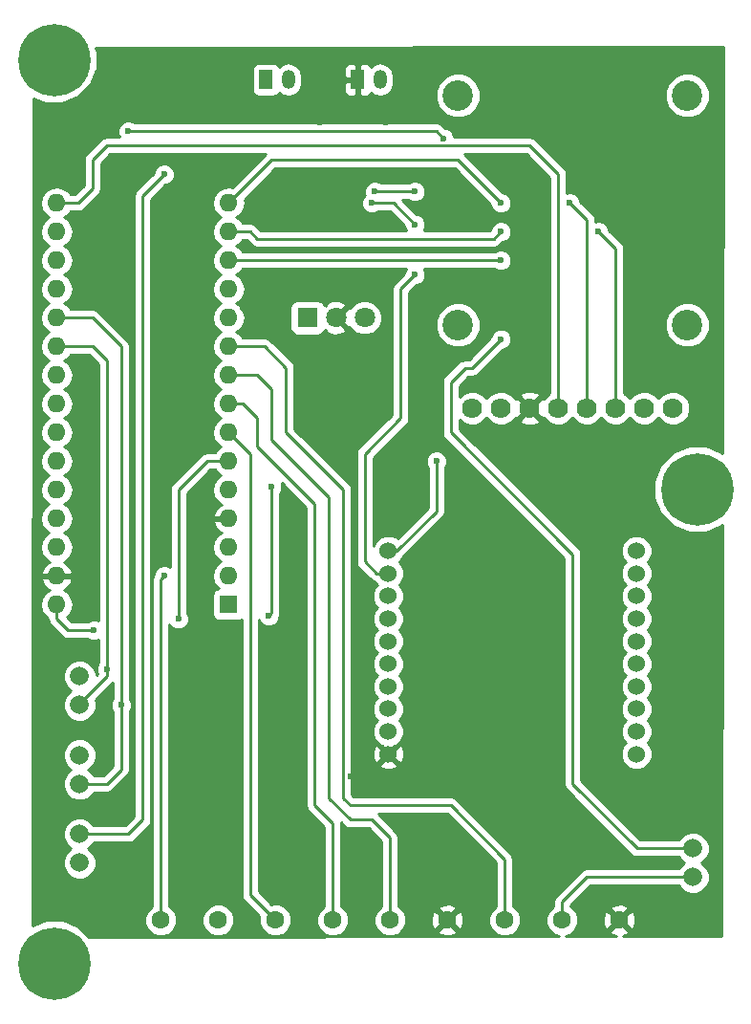
<source format=gbl>
G04 #@! TF.FileFunction,Copper,L2,Bot,Signal*
%FSLAX46Y46*%
G04 Gerber Fmt 4.6, Leading zero omitted, Abs format (unit mm)*
G04 Created by KiCad (PCBNEW 4.0.7) date 04/10/18 20:36:44*
%MOMM*%
%LPD*%
G01*
G04 APERTURE LIST*
%ADD10C,0.100000*%
%ADD11C,1.600000*%
%ADD12R,1.600000X1.600000*%
%ADD13O,1.600000X1.600000*%
%ADD14C,1.670000*%
%ADD15C,1.780000*%
%ADD16C,2.700000*%
%ADD17C,1.800000*%
%ADD18R,1.800000X1.800000*%
%ADD19R,1.200000X1.700000*%
%ADD20O,1.200000X1.700000*%
%ADD21C,1.524000*%
%ADD22C,6.400000*%
%ADD23C,0.600000*%
%ADD24C,0.250000*%
%ADD25C,0.254000*%
G04 APERTURE END LIST*
D10*
D11*
X112090000Y-137160000D03*
X107010000Y-137160000D03*
X101930000Y-137160000D03*
X96850000Y-137160000D03*
X91770000Y-137160000D03*
X86690000Y-137160000D03*
X81610000Y-137160000D03*
X76530000Y-137160000D03*
X71450000Y-137160000D03*
D12*
X77470000Y-109220000D03*
D13*
X62230000Y-76200000D03*
X77470000Y-106680000D03*
X62230000Y-78740000D03*
X77470000Y-104140000D03*
X62230000Y-81280000D03*
X77470000Y-101600000D03*
X62230000Y-83820000D03*
X77470000Y-99060000D03*
X62230000Y-86360000D03*
X77470000Y-96520000D03*
X62230000Y-88900000D03*
X77470000Y-93980000D03*
X62230000Y-91440000D03*
X77470000Y-91440000D03*
X62230000Y-93980000D03*
X77470000Y-88900000D03*
X62230000Y-96520000D03*
X77470000Y-86360000D03*
X62230000Y-99060000D03*
X77470000Y-83820000D03*
X62230000Y-101600000D03*
X77470000Y-81280000D03*
X62230000Y-104140000D03*
X77470000Y-78740000D03*
X62230000Y-106680000D03*
X77470000Y-76200000D03*
X62230000Y-109220000D03*
X77470000Y-73660000D03*
X62230000Y-73660000D03*
D14*
X64262000Y-132080000D03*
X64262000Y-129540000D03*
X118618000Y-130810000D03*
X118618000Y-133350000D03*
X64262000Y-125095000D03*
X64262000Y-122555000D03*
X64262000Y-118110000D03*
X64262000Y-115570000D03*
D15*
X99060000Y-91821000D03*
X101600000Y-91821000D03*
X106680000Y-91821000D03*
X104140000Y-91821000D03*
X109220000Y-91821000D03*
X111760000Y-91821000D03*
X114300000Y-91821000D03*
X116840000Y-91821000D03*
D16*
X118110000Y-64135000D03*
X97790000Y-64135000D03*
X97790000Y-84455000D03*
X118110000Y-84455000D03*
D17*
X89535000Y-83820000D03*
D18*
X84455000Y-83820000D03*
D17*
X86995000Y-83820000D03*
D19*
X80772000Y-62738000D03*
D20*
X82772000Y-62738000D03*
D19*
X88900000Y-62738000D03*
D20*
X90900000Y-62738000D03*
D21*
X91617800Y-104460040D03*
X91617800Y-106461560D03*
X91617800Y-108460540D03*
X91617800Y-110462060D03*
X91617800Y-112461040D03*
X91617800Y-114460020D03*
X91617800Y-116461540D03*
X91617800Y-118460520D03*
X91617800Y-120462040D03*
X91617800Y-122461020D03*
X113614200Y-122461020D03*
X113614200Y-120462040D03*
X113614200Y-118460520D03*
X113614200Y-116461540D03*
X113614200Y-114460020D03*
X113614200Y-112461040D03*
X113614200Y-110462060D03*
X113614200Y-108460540D03*
X113614200Y-106461560D03*
X113614200Y-104460040D03*
D22*
X62000000Y-61000000D03*
X119000000Y-99000000D03*
X62000000Y-141000000D03*
D23*
X101600000Y-85725000D03*
X96520000Y-67945000D03*
X68580000Y-67310000D03*
X91440000Y-66548000D03*
X118110000Y-119380000D03*
X83058000Y-109474000D03*
X83058000Y-105664000D03*
X76835000Y-115570000D03*
X81915000Y-112395000D03*
X89535000Y-93345000D03*
X84455000Y-93345000D03*
X83566000Y-74676000D03*
X85598000Y-66548000D03*
X76835000Y-118110000D03*
X88265000Y-124460000D03*
X97790000Y-98425000D03*
X67945000Y-118110000D03*
X71755000Y-106680000D03*
X66675000Y-114935000D03*
X73025000Y-110490000D03*
X90424000Y-72644000D03*
X93980000Y-72644000D03*
X101600000Y-78740000D03*
X110236000Y-76200000D03*
X101600000Y-76200000D03*
X81280000Y-98806000D03*
X81026000Y-110236000D03*
X65532000Y-111506000D03*
X107696000Y-73660000D03*
X101600000Y-73660000D03*
X95885000Y-96520000D03*
X93980000Y-80010000D03*
X93980000Y-75565000D03*
X90170000Y-73660000D03*
X71755000Y-71120000D03*
D24*
X93345000Y-67310000D02*
X95885000Y-67310000D01*
X113665000Y-130810000D02*
X118618000Y-130810000D01*
X107950000Y-125095000D02*
X113665000Y-130810000D01*
X107950000Y-104775000D02*
X107950000Y-125095000D01*
X97155000Y-93980000D02*
X107950000Y-104775000D01*
X97155000Y-89535000D02*
X97155000Y-93980000D01*
X98425000Y-88265000D02*
X97155000Y-89535000D01*
X99060000Y-88265000D02*
X98425000Y-88265000D01*
X101600000Y-85725000D02*
X99060000Y-88265000D01*
X95885000Y-67310000D02*
X96520000Y-67945000D01*
X93345000Y-67310000D02*
X68580000Y-67310000D01*
X64262000Y-125095000D02*
X66675000Y-125095000D01*
X66675000Y-125095000D02*
X67945000Y-123825000D01*
X67945000Y-123825000D02*
X67945000Y-118110000D01*
X67945000Y-118110000D02*
X67945000Y-86360000D01*
X67945000Y-86360000D02*
X65405000Y-83820000D01*
X65405000Y-83820000D02*
X62230000Y-83820000D01*
X71450000Y-137160000D02*
X71450000Y-106985000D01*
X71450000Y-106985000D02*
X71755000Y-106680000D01*
X64262000Y-118110000D02*
X64262000Y-117983000D01*
X64262000Y-117983000D02*
X66675000Y-115570000D01*
X66675000Y-115570000D02*
X66675000Y-114935000D01*
X66675000Y-114935000D02*
X66675000Y-87630000D01*
X66675000Y-87630000D02*
X65405000Y-86360000D01*
X65405000Y-86360000D02*
X62230000Y-86360000D01*
X77470000Y-96520000D02*
X75565000Y-96520000D01*
X73025000Y-99060000D02*
X73025000Y-110490000D01*
X75565000Y-96520000D02*
X73025000Y-99060000D01*
X77470000Y-93980000D02*
X79375000Y-95885000D01*
X79375000Y-95885000D02*
X79375000Y-134925000D01*
X79375000Y-134925000D02*
X81610000Y-137160000D01*
X86690000Y-137160000D02*
X86690000Y-128600000D01*
X86690000Y-128600000D02*
X85090000Y-127000000D01*
X85090000Y-127000000D02*
X85090000Y-100330000D01*
X85090000Y-100330000D02*
X80010000Y-95250000D01*
X80010000Y-95250000D02*
X80010000Y-92710000D01*
X80010000Y-92710000D02*
X78740000Y-91440000D01*
X78740000Y-91440000D02*
X77470000Y-91440000D01*
X91770000Y-137160000D02*
X91770000Y-129870000D01*
X91770000Y-129870000D02*
X90170000Y-128270000D01*
X90170000Y-128270000D02*
X88265000Y-128270000D01*
X88265000Y-128270000D02*
X86360000Y-126365000D01*
X86360000Y-126365000D02*
X86360000Y-99695000D01*
X86360000Y-99695000D02*
X81280000Y-94615000D01*
X81280000Y-94615000D02*
X81280000Y-90170000D01*
X81280000Y-90170000D02*
X80010000Y-88900000D01*
X80010000Y-88900000D02*
X77470000Y-88900000D01*
X101930000Y-137160000D02*
X101930000Y-131775000D01*
X101930000Y-131775000D02*
X97155000Y-127000000D01*
X97155000Y-127000000D02*
X88265000Y-127000000D01*
X88265000Y-127000000D02*
X87630000Y-126365000D01*
X87630000Y-126365000D02*
X87630000Y-99060000D01*
X87630000Y-99060000D02*
X82550000Y-93980000D01*
X82550000Y-93980000D02*
X82550000Y-88265000D01*
X82550000Y-88265000D02*
X80645000Y-86360000D01*
X80645000Y-86360000D02*
X77470000Y-86360000D01*
X107010000Y-137160000D02*
X107010000Y-135560000D01*
X107010000Y-135560000D02*
X109220000Y-133350000D01*
X109220000Y-133350000D02*
X118618000Y-133350000D01*
X93980000Y-72644000D02*
X90424000Y-72644000D01*
X101600000Y-78740000D02*
X77470000Y-78740000D01*
X111760000Y-78486000D02*
X111760000Y-77724000D01*
X111760000Y-77724000D02*
X110236000Y-76200000D01*
X111760000Y-80645000D02*
X111760000Y-91821000D01*
X111760000Y-80645000D02*
X111760000Y-78486000D01*
X101600000Y-76200000D02*
X100965000Y-76835000D01*
X100965000Y-76835000D02*
X80010000Y-76835000D01*
X80010000Y-76835000D02*
X79375000Y-76200000D01*
X79375000Y-76200000D02*
X77470000Y-76200000D01*
X62230000Y-109220000D02*
X62230000Y-110490000D01*
X81280000Y-109982000D02*
X81280000Y-98806000D01*
X81026000Y-110236000D02*
X81280000Y-109982000D01*
X63246000Y-111506000D02*
X65532000Y-111506000D01*
X62230000Y-110490000D02*
X63246000Y-111506000D01*
X109220000Y-75438000D02*
X109220000Y-75184000D01*
X109220000Y-75184000D02*
X107696000Y-73660000D01*
X109220000Y-91821000D02*
X109220000Y-80645000D01*
X109220000Y-80645000D02*
X109220000Y-75438000D01*
X101600000Y-73660000D02*
X97790000Y-69850000D01*
X97790000Y-69850000D02*
X81280000Y-69850000D01*
X81280000Y-69850000D02*
X77470000Y-73660000D01*
X106680000Y-91821000D02*
X106680000Y-71120000D01*
X106680000Y-71120000D02*
X104140000Y-68580000D01*
X104140000Y-68580000D02*
X66675000Y-68580000D01*
X66675000Y-68580000D02*
X65405000Y-69850000D01*
X65405000Y-69850000D02*
X65405000Y-72390000D01*
X65405000Y-72390000D02*
X64135000Y-73660000D01*
X64135000Y-73660000D02*
X62230000Y-73660000D01*
X92389960Y-104460040D02*
X91617800Y-104460040D01*
X95885000Y-100965000D02*
X92389960Y-104460040D01*
X95885000Y-96520000D02*
X95885000Y-100965000D01*
X91617800Y-106461560D02*
X90586560Y-106461560D01*
X90586560Y-106461560D02*
X89535000Y-105410000D01*
X89535000Y-105410000D02*
X89535000Y-95885000D01*
X89535000Y-95885000D02*
X92710000Y-92710000D01*
X92710000Y-92710000D02*
X92710000Y-81280000D01*
X92710000Y-81280000D02*
X93980000Y-80010000D01*
X93980000Y-75565000D02*
X92075000Y-73660000D01*
X92075000Y-73660000D02*
X90170000Y-73660000D01*
X69850000Y-73025000D02*
X71755000Y-71120000D01*
X69850000Y-128270000D02*
X69850000Y-73025000D01*
X68580000Y-129540000D02*
X69850000Y-128270000D01*
X68580000Y-129540000D02*
X64262000Y-129540000D01*
D25*
G36*
X121226941Y-95802583D02*
X121175189Y-95750741D01*
X119766175Y-95165667D01*
X118240518Y-95164336D01*
X116830485Y-95746950D01*
X115750741Y-96824811D01*
X115165667Y-98233825D01*
X115164336Y-99759482D01*
X115746950Y-101169515D01*
X116824811Y-102249259D01*
X118233825Y-102834333D01*
X119759482Y-102835664D01*
X121169515Y-102253050D01*
X121216646Y-102206001D01*
X121158203Y-138557262D01*
X112454307Y-138575282D01*
X112844005Y-138413864D01*
X112918139Y-138167745D01*
X112090000Y-137339605D01*
X111261861Y-138167745D01*
X111335995Y-138413864D01*
X111788911Y-138576660D01*
X107316764Y-138585919D01*
X107821800Y-138377243D01*
X108225824Y-137973923D01*
X108444750Y-137446691D01*
X108445189Y-136943223D01*
X110643035Y-136943223D01*
X110670222Y-137513454D01*
X110836136Y-137914005D01*
X111082255Y-137988139D01*
X111910395Y-137160000D01*
X112269605Y-137160000D01*
X113097745Y-137988139D01*
X113343864Y-137914005D01*
X113536965Y-137376777D01*
X113509778Y-136806546D01*
X113343864Y-136405995D01*
X113097745Y-136331861D01*
X112269605Y-137160000D01*
X111910395Y-137160000D01*
X111082255Y-136331861D01*
X110836136Y-136405995D01*
X110643035Y-136943223D01*
X108445189Y-136943223D01*
X108445248Y-136875813D01*
X108227243Y-136348200D01*
X108031640Y-136152255D01*
X111261861Y-136152255D01*
X112090000Y-136980395D01*
X112918139Y-136152255D01*
X112844005Y-135906136D01*
X112306777Y-135713035D01*
X111736546Y-135740222D01*
X111335995Y-135906136D01*
X111261861Y-136152255D01*
X108031640Y-136152255D01*
X107823923Y-135944176D01*
X107770000Y-135921785D01*
X107770000Y-135874802D01*
X109534802Y-134110000D01*
X117341483Y-134110000D01*
X117371068Y-134181600D01*
X117784225Y-134595479D01*
X118324316Y-134819744D01*
X118909118Y-134820255D01*
X119449600Y-134596932D01*
X119863479Y-134183775D01*
X120087744Y-133643684D01*
X120088255Y-133058882D01*
X119864932Y-132518400D01*
X119451775Y-132104521D01*
X119393245Y-132080217D01*
X119449600Y-132056932D01*
X119863479Y-131643775D01*
X120087744Y-131103684D01*
X120088255Y-130518882D01*
X119864932Y-129978400D01*
X119451775Y-129564521D01*
X118911684Y-129340256D01*
X118326882Y-129339745D01*
X117786400Y-129563068D01*
X117372521Y-129976225D01*
X117341887Y-130050000D01*
X113979803Y-130050000D01*
X108710000Y-124780198D01*
X108710000Y-104775000D01*
X108702382Y-104736701D01*
X112216958Y-104736701D01*
X112429190Y-105250343D01*
X112639302Y-105460823D01*
X112430571Y-105669190D01*
X112217443Y-106182460D01*
X112216958Y-106738221D01*
X112429190Y-107251863D01*
X112638032Y-107461070D01*
X112430571Y-107668170D01*
X112217443Y-108181440D01*
X112216958Y-108737201D01*
X112429190Y-109250843D01*
X112639302Y-109461323D01*
X112430571Y-109669690D01*
X112217443Y-110182960D01*
X112216958Y-110738721D01*
X112429190Y-111252363D01*
X112638032Y-111461570D01*
X112430571Y-111668670D01*
X112217443Y-112181940D01*
X112216958Y-112737701D01*
X112429190Y-113251343D01*
X112638032Y-113460550D01*
X112430571Y-113667650D01*
X112217443Y-114180920D01*
X112216958Y-114736681D01*
X112429190Y-115250323D01*
X112639302Y-115460803D01*
X112430571Y-115669170D01*
X112217443Y-116182440D01*
X112216958Y-116738201D01*
X112429190Y-117251843D01*
X112638032Y-117461050D01*
X112430571Y-117668150D01*
X112217443Y-118181420D01*
X112216958Y-118737181D01*
X112429190Y-119250823D01*
X112639302Y-119461303D01*
X112430571Y-119669670D01*
X112217443Y-120182940D01*
X112216958Y-120738701D01*
X112429190Y-121252343D01*
X112638032Y-121461550D01*
X112430571Y-121668650D01*
X112217443Y-122181920D01*
X112216958Y-122737681D01*
X112429190Y-123251323D01*
X112821830Y-123644649D01*
X113335100Y-123857777D01*
X113890861Y-123858262D01*
X114404503Y-123646030D01*
X114797829Y-123253390D01*
X115010957Y-122740120D01*
X115011442Y-122184359D01*
X114799210Y-121670717D01*
X114590368Y-121461510D01*
X114797829Y-121254410D01*
X115010957Y-120741140D01*
X115011442Y-120185379D01*
X114799210Y-119671737D01*
X114589098Y-119461257D01*
X114797829Y-119252890D01*
X115010957Y-118739620D01*
X115011442Y-118183859D01*
X114799210Y-117670217D01*
X114590368Y-117461010D01*
X114797829Y-117253910D01*
X115010957Y-116740640D01*
X115011442Y-116184879D01*
X114799210Y-115671237D01*
X114589098Y-115460757D01*
X114797829Y-115252390D01*
X115010957Y-114739120D01*
X115011442Y-114183359D01*
X114799210Y-113669717D01*
X114590368Y-113460510D01*
X114797829Y-113253410D01*
X115010957Y-112740140D01*
X115011442Y-112184379D01*
X114799210Y-111670737D01*
X114590368Y-111461530D01*
X114797829Y-111254430D01*
X115010957Y-110741160D01*
X115011442Y-110185399D01*
X114799210Y-109671757D01*
X114589098Y-109461277D01*
X114797829Y-109252910D01*
X115010957Y-108739640D01*
X115011442Y-108183879D01*
X114799210Y-107670237D01*
X114590368Y-107461030D01*
X114797829Y-107253930D01*
X115010957Y-106740660D01*
X115011442Y-106184899D01*
X114799210Y-105671257D01*
X114589098Y-105460777D01*
X114797829Y-105252410D01*
X115010957Y-104739140D01*
X115011442Y-104183379D01*
X114799210Y-103669737D01*
X114406570Y-103276411D01*
X113893300Y-103063283D01*
X113337539Y-103062798D01*
X112823897Y-103275030D01*
X112430571Y-103667670D01*
X112217443Y-104180940D01*
X112216958Y-104736701D01*
X108702382Y-104736701D01*
X108652148Y-104484161D01*
X108652148Y-104484160D01*
X108487401Y-104237599D01*
X97915000Y-93665198D01*
X97915000Y-92832561D01*
X98195029Y-93113079D01*
X98755328Y-93345735D01*
X99362011Y-93346265D01*
X99922715Y-93114586D01*
X100330335Y-92707677D01*
X100735029Y-93113079D01*
X101295328Y-93345735D01*
X101902011Y-93346265D01*
X102462715Y-93114586D01*
X102683765Y-92893921D01*
X103246684Y-92893921D01*
X103331865Y-93149368D01*
X103901725Y-93357512D01*
X104507860Y-93331736D01*
X104948135Y-93149368D01*
X105033316Y-92893921D01*
X104140000Y-92000605D01*
X103246684Y-92893921D01*
X102683765Y-92893921D01*
X102892079Y-92685971D01*
X102903025Y-92659611D01*
X103067079Y-92714316D01*
X103960395Y-91821000D01*
X103067079Y-90927684D01*
X102903483Y-90982237D01*
X102893586Y-90958285D01*
X102683747Y-90748079D01*
X103246684Y-90748079D01*
X104140000Y-91641395D01*
X105033316Y-90748079D01*
X104948135Y-90492632D01*
X104378275Y-90284488D01*
X103772140Y-90310264D01*
X103331865Y-90492632D01*
X103246684Y-90748079D01*
X102683747Y-90748079D01*
X102464971Y-90528921D01*
X101904672Y-90296265D01*
X101297989Y-90295735D01*
X100737285Y-90527414D01*
X100329665Y-90934323D01*
X99924971Y-90528921D01*
X99364672Y-90296265D01*
X98757989Y-90295735D01*
X98197285Y-90527414D01*
X97915000Y-90809207D01*
X97915000Y-89849802D01*
X98739802Y-89025000D01*
X99060000Y-89025000D01*
X99350839Y-88967148D01*
X99597401Y-88802401D01*
X101739680Y-86660122D01*
X101785167Y-86660162D01*
X102128943Y-86518117D01*
X102392192Y-86255327D01*
X102534838Y-85911799D01*
X102535162Y-85539833D01*
X102393117Y-85196057D01*
X102130327Y-84932808D01*
X101786799Y-84790162D01*
X101414833Y-84789838D01*
X101071057Y-84931883D01*
X100807808Y-85194673D01*
X100665162Y-85538201D01*
X100665121Y-85585077D01*
X98745198Y-87505000D01*
X98425000Y-87505000D01*
X98134160Y-87562852D01*
X97887599Y-87727599D01*
X96617599Y-88997599D01*
X96452852Y-89244161D01*
X96395000Y-89535000D01*
X96395000Y-93980000D01*
X96452852Y-94270839D01*
X96617599Y-94517401D01*
X107190000Y-105089802D01*
X107190000Y-125095000D01*
X107247852Y-125385839D01*
X107412599Y-125632401D01*
X113127599Y-131347402D01*
X113374161Y-131512148D01*
X113665000Y-131570000D01*
X117341483Y-131570000D01*
X117371068Y-131641600D01*
X117784225Y-132055479D01*
X117842755Y-132079783D01*
X117786400Y-132103068D01*
X117372521Y-132516225D01*
X117341887Y-132590000D01*
X109220000Y-132590000D01*
X108929161Y-132647852D01*
X108682599Y-132812599D01*
X106472599Y-135022599D01*
X106307852Y-135269161D01*
X106250000Y-135560000D01*
X106250000Y-135921354D01*
X106198200Y-135942757D01*
X105794176Y-136346077D01*
X105575250Y-136873309D01*
X105574752Y-137444187D01*
X105792757Y-137971800D01*
X106196077Y-138375824D01*
X106705092Y-138587186D01*
X65096171Y-138673332D01*
X64175189Y-137750741D01*
X62766175Y-137165667D01*
X61240518Y-137164336D01*
X60072872Y-137646798D01*
X60085437Y-129831118D01*
X62791745Y-129831118D01*
X63015068Y-130371600D01*
X63428225Y-130785479D01*
X63486755Y-130809783D01*
X63430400Y-130833068D01*
X63016521Y-131246225D01*
X62792256Y-131786316D01*
X62791745Y-132371118D01*
X63015068Y-132911600D01*
X63428225Y-133325479D01*
X63968316Y-133549744D01*
X64553118Y-133550255D01*
X65093600Y-133326932D01*
X65507479Y-132913775D01*
X65731744Y-132373684D01*
X65732255Y-131788882D01*
X65508932Y-131248400D01*
X65095775Y-130834521D01*
X65037245Y-130810217D01*
X65093600Y-130786932D01*
X65507479Y-130373775D01*
X65538113Y-130300000D01*
X68580000Y-130300000D01*
X68870839Y-130242148D01*
X69117401Y-130077401D01*
X70387401Y-128807401D01*
X70552148Y-128560840D01*
X70610000Y-128270000D01*
X70610000Y-73339802D01*
X71894680Y-72055122D01*
X71940167Y-72055162D01*
X72283943Y-71913117D01*
X72547192Y-71650327D01*
X72689838Y-71306799D01*
X72690162Y-70934833D01*
X72548117Y-70591057D01*
X72285327Y-70327808D01*
X71941799Y-70185162D01*
X71569833Y-70184838D01*
X71226057Y-70326883D01*
X70962808Y-70589673D01*
X70820162Y-70933201D01*
X70820121Y-70980077D01*
X69312599Y-72487599D01*
X69147852Y-72734161D01*
X69090000Y-73025000D01*
X69090000Y-127955198D01*
X68265198Y-128780000D01*
X65538517Y-128780000D01*
X65508932Y-128708400D01*
X65095775Y-128294521D01*
X64555684Y-128070256D01*
X63970882Y-128069745D01*
X63430400Y-128293068D01*
X63016521Y-128706225D01*
X62792256Y-129246316D01*
X62791745Y-129831118D01*
X60085437Y-129831118D01*
X60175745Y-73660000D01*
X60766887Y-73660000D01*
X60876120Y-74209151D01*
X61187189Y-74674698D01*
X61569275Y-74930000D01*
X61187189Y-75185302D01*
X60876120Y-75650849D01*
X60766887Y-76200000D01*
X60876120Y-76749151D01*
X61187189Y-77214698D01*
X61569275Y-77470000D01*
X61187189Y-77725302D01*
X60876120Y-78190849D01*
X60766887Y-78740000D01*
X60876120Y-79289151D01*
X61187189Y-79754698D01*
X61569275Y-80010000D01*
X61187189Y-80265302D01*
X60876120Y-80730849D01*
X60766887Y-81280000D01*
X60876120Y-81829151D01*
X61187189Y-82294698D01*
X61569275Y-82550000D01*
X61187189Y-82805302D01*
X60876120Y-83270849D01*
X60766887Y-83820000D01*
X60876120Y-84369151D01*
X61187189Y-84834698D01*
X61569275Y-85090000D01*
X61187189Y-85345302D01*
X60876120Y-85810849D01*
X60766887Y-86360000D01*
X60876120Y-86909151D01*
X61187189Y-87374698D01*
X61569275Y-87630000D01*
X61187189Y-87885302D01*
X60876120Y-88350849D01*
X60766887Y-88900000D01*
X60876120Y-89449151D01*
X61187189Y-89914698D01*
X61569275Y-90170000D01*
X61187189Y-90425302D01*
X60876120Y-90890849D01*
X60766887Y-91440000D01*
X60876120Y-91989151D01*
X61187189Y-92454698D01*
X61569275Y-92710000D01*
X61187189Y-92965302D01*
X60876120Y-93430849D01*
X60766887Y-93980000D01*
X60876120Y-94529151D01*
X61187189Y-94994698D01*
X61569275Y-95250000D01*
X61187189Y-95505302D01*
X60876120Y-95970849D01*
X60766887Y-96520000D01*
X60876120Y-97069151D01*
X61187189Y-97534698D01*
X61569275Y-97790000D01*
X61187189Y-98045302D01*
X60876120Y-98510849D01*
X60766887Y-99060000D01*
X60876120Y-99609151D01*
X61187189Y-100074698D01*
X61569275Y-100330000D01*
X61187189Y-100585302D01*
X60876120Y-101050849D01*
X60766887Y-101600000D01*
X60876120Y-102149151D01*
X61187189Y-102614698D01*
X61569275Y-102870000D01*
X61187189Y-103125302D01*
X60876120Y-103590849D01*
X60766887Y-104140000D01*
X60876120Y-104689151D01*
X61187189Y-105154698D01*
X61591703Y-105424986D01*
X61374866Y-105527611D01*
X60998959Y-105942577D01*
X60838096Y-106330961D01*
X60960085Y-106553000D01*
X62103000Y-106553000D01*
X62103000Y-106533000D01*
X62357000Y-106533000D01*
X62357000Y-106553000D01*
X63499915Y-106553000D01*
X63621904Y-106330961D01*
X63461041Y-105942577D01*
X63085134Y-105527611D01*
X62868297Y-105424986D01*
X63272811Y-105154698D01*
X63583880Y-104689151D01*
X63693113Y-104140000D01*
X63583880Y-103590849D01*
X63272811Y-103125302D01*
X62890725Y-102870000D01*
X63272811Y-102614698D01*
X63583880Y-102149151D01*
X63693113Y-101600000D01*
X63583880Y-101050849D01*
X63272811Y-100585302D01*
X62890725Y-100330000D01*
X63272811Y-100074698D01*
X63583880Y-99609151D01*
X63693113Y-99060000D01*
X63583880Y-98510849D01*
X63272811Y-98045302D01*
X62890725Y-97790000D01*
X63272811Y-97534698D01*
X63583880Y-97069151D01*
X63693113Y-96520000D01*
X63583880Y-95970849D01*
X63272811Y-95505302D01*
X62890725Y-95250000D01*
X63272811Y-94994698D01*
X63583880Y-94529151D01*
X63693113Y-93980000D01*
X63583880Y-93430849D01*
X63272811Y-92965302D01*
X62890725Y-92710000D01*
X63272811Y-92454698D01*
X63583880Y-91989151D01*
X63693113Y-91440000D01*
X63583880Y-90890849D01*
X63272811Y-90425302D01*
X62890725Y-90170000D01*
X63272811Y-89914698D01*
X63583880Y-89449151D01*
X63693113Y-88900000D01*
X63583880Y-88350849D01*
X63272811Y-87885302D01*
X62890725Y-87630000D01*
X63272811Y-87374698D01*
X63442995Y-87120000D01*
X65090198Y-87120000D01*
X65915000Y-87944802D01*
X65915000Y-110652632D01*
X65718799Y-110571162D01*
X65346833Y-110570838D01*
X65003057Y-110712883D01*
X64969882Y-110746000D01*
X63560802Y-110746000D01*
X63138946Y-110324144D01*
X63272811Y-110234698D01*
X63583880Y-109769151D01*
X63693113Y-109220000D01*
X63583880Y-108670849D01*
X63272811Y-108205302D01*
X62868297Y-107935014D01*
X63085134Y-107832389D01*
X63461041Y-107417423D01*
X63621904Y-107029039D01*
X63499915Y-106807000D01*
X62357000Y-106807000D01*
X62357000Y-106827000D01*
X62103000Y-106827000D01*
X62103000Y-106807000D01*
X60960085Y-106807000D01*
X60838096Y-107029039D01*
X60998959Y-107417423D01*
X61374866Y-107832389D01*
X61591703Y-107935014D01*
X61187189Y-108205302D01*
X60876120Y-108670849D01*
X60766887Y-109220000D01*
X60876120Y-109769151D01*
X61187189Y-110234698D01*
X61470000Y-110423667D01*
X61470000Y-110490000D01*
X61527852Y-110780839D01*
X61692599Y-111027401D01*
X62708599Y-112043401D01*
X62955161Y-112208148D01*
X63246000Y-112266000D01*
X64969537Y-112266000D01*
X65001673Y-112298192D01*
X65345201Y-112440838D01*
X65717167Y-112441162D01*
X65915000Y-112359419D01*
X65915000Y-114372537D01*
X65882808Y-114404673D01*
X65740162Y-114748201D01*
X65739838Y-115120167D01*
X65830533Y-115339665D01*
X65732116Y-115438082D01*
X65732255Y-115278882D01*
X65508932Y-114738400D01*
X65095775Y-114324521D01*
X64555684Y-114100256D01*
X63970882Y-114099745D01*
X63430400Y-114323068D01*
X63016521Y-114736225D01*
X62792256Y-115276316D01*
X62791745Y-115861118D01*
X63015068Y-116401600D01*
X63428225Y-116815479D01*
X63486755Y-116839783D01*
X63430400Y-116863068D01*
X63016521Y-117276225D01*
X62792256Y-117816316D01*
X62791745Y-118401118D01*
X63015068Y-118941600D01*
X63428225Y-119355479D01*
X63968316Y-119579744D01*
X64553118Y-119580255D01*
X65093600Y-119356932D01*
X65507479Y-118943775D01*
X65731744Y-118403684D01*
X65732255Y-117818882D01*
X65664617Y-117655185D01*
X67185000Y-116134802D01*
X67185000Y-117547537D01*
X67152808Y-117579673D01*
X67010162Y-117923201D01*
X67009838Y-118295167D01*
X67151883Y-118638943D01*
X67185000Y-118672118D01*
X67185000Y-123510198D01*
X66360198Y-124335000D01*
X65538517Y-124335000D01*
X65508932Y-124263400D01*
X65095775Y-123849521D01*
X65037245Y-123825217D01*
X65093600Y-123801932D01*
X65507479Y-123388775D01*
X65731744Y-122848684D01*
X65732255Y-122263882D01*
X65508932Y-121723400D01*
X65095775Y-121309521D01*
X64555684Y-121085256D01*
X63970882Y-121084745D01*
X63430400Y-121308068D01*
X63016521Y-121721225D01*
X62792256Y-122261316D01*
X62791745Y-122846118D01*
X63015068Y-123386600D01*
X63428225Y-123800479D01*
X63486755Y-123824783D01*
X63430400Y-123848068D01*
X63016521Y-124261225D01*
X62792256Y-124801316D01*
X62791745Y-125386118D01*
X63015068Y-125926600D01*
X63428225Y-126340479D01*
X63968316Y-126564744D01*
X64553118Y-126565255D01*
X65093600Y-126341932D01*
X65507479Y-125928775D01*
X65538113Y-125855000D01*
X66675000Y-125855000D01*
X66965839Y-125797148D01*
X67212401Y-125632401D01*
X68482401Y-124362401D01*
X68647148Y-124115840D01*
X68705000Y-123825000D01*
X68705000Y-118672463D01*
X68737192Y-118640327D01*
X68879838Y-118296799D01*
X68880162Y-117924833D01*
X68738117Y-117581057D01*
X68705000Y-117547882D01*
X68705000Y-86360000D01*
X68647148Y-86069161D01*
X68647148Y-86069160D01*
X68482401Y-85822599D01*
X65942401Y-83282599D01*
X65695839Y-83117852D01*
X65405000Y-83060000D01*
X63442995Y-83060000D01*
X63272811Y-82805302D01*
X62890725Y-82550000D01*
X63272811Y-82294698D01*
X63583880Y-81829151D01*
X63693113Y-81280000D01*
X63583880Y-80730849D01*
X63272811Y-80265302D01*
X62890725Y-80010000D01*
X63272811Y-79754698D01*
X63583880Y-79289151D01*
X63693113Y-78740000D01*
X63583880Y-78190849D01*
X63272811Y-77725302D01*
X62890725Y-77470000D01*
X63272811Y-77214698D01*
X63583880Y-76749151D01*
X63693113Y-76200000D01*
X63583880Y-75650849D01*
X63272811Y-75185302D01*
X62890725Y-74930000D01*
X63272811Y-74674698D01*
X63442995Y-74420000D01*
X64135000Y-74420000D01*
X64425839Y-74362148D01*
X64672401Y-74197401D01*
X65942401Y-72927401D01*
X66107148Y-72680840D01*
X66165000Y-72390000D01*
X66165000Y-70164802D01*
X66989802Y-69340000D01*
X80715198Y-69340000D01*
X77775102Y-72280096D01*
X77498113Y-72225000D01*
X77441887Y-72225000D01*
X76892736Y-72334233D01*
X76427189Y-72645302D01*
X76116120Y-73110849D01*
X76006887Y-73660000D01*
X76116120Y-74209151D01*
X76427189Y-74674698D01*
X76809275Y-74930000D01*
X76427189Y-75185302D01*
X76116120Y-75650849D01*
X76006887Y-76200000D01*
X76116120Y-76749151D01*
X76427189Y-77214698D01*
X76809275Y-77470000D01*
X76427189Y-77725302D01*
X76116120Y-78190849D01*
X76006887Y-78740000D01*
X76116120Y-79289151D01*
X76427189Y-79754698D01*
X76809275Y-80010000D01*
X76427189Y-80265302D01*
X76116120Y-80730849D01*
X76006887Y-81280000D01*
X76116120Y-81829151D01*
X76427189Y-82294698D01*
X76809275Y-82550000D01*
X76427189Y-82805302D01*
X76116120Y-83270849D01*
X76006887Y-83820000D01*
X76116120Y-84369151D01*
X76427189Y-84834698D01*
X76809275Y-85090000D01*
X76427189Y-85345302D01*
X76116120Y-85810849D01*
X76006887Y-86360000D01*
X76116120Y-86909151D01*
X76427189Y-87374698D01*
X76809275Y-87630000D01*
X76427189Y-87885302D01*
X76116120Y-88350849D01*
X76006887Y-88900000D01*
X76116120Y-89449151D01*
X76427189Y-89914698D01*
X76809275Y-90170000D01*
X76427189Y-90425302D01*
X76116120Y-90890849D01*
X76006887Y-91440000D01*
X76116120Y-91989151D01*
X76427189Y-92454698D01*
X76809275Y-92710000D01*
X76427189Y-92965302D01*
X76116120Y-93430849D01*
X76006887Y-93980000D01*
X76116120Y-94529151D01*
X76427189Y-94994698D01*
X76809275Y-95250000D01*
X76427189Y-95505302D01*
X76257005Y-95760000D01*
X75565000Y-95760000D01*
X75322414Y-95808254D01*
X75274160Y-95817852D01*
X75027599Y-95982599D01*
X72487599Y-98522599D01*
X72322852Y-98769161D01*
X72265000Y-99060000D01*
X72265000Y-105879367D01*
X71941799Y-105745162D01*
X71569833Y-105744838D01*
X71226057Y-105886883D01*
X70962808Y-106149673D01*
X70820162Y-106493201D01*
X70820081Y-106586062D01*
X70747852Y-106694161D01*
X70690000Y-106985000D01*
X70690000Y-135921354D01*
X70638200Y-135942757D01*
X70234176Y-136346077D01*
X70015250Y-136873309D01*
X70014752Y-137444187D01*
X70232757Y-137971800D01*
X70636077Y-138375824D01*
X71163309Y-138594750D01*
X71734187Y-138595248D01*
X72261800Y-138377243D01*
X72665824Y-137973923D01*
X72884750Y-137446691D01*
X72884752Y-137444187D01*
X75094752Y-137444187D01*
X75312757Y-137971800D01*
X75716077Y-138375824D01*
X76243309Y-138594750D01*
X76814187Y-138595248D01*
X77341800Y-138377243D01*
X77745824Y-137973923D01*
X77964750Y-137446691D01*
X77965248Y-136875813D01*
X77747243Y-136348200D01*
X77343923Y-135944176D01*
X76816691Y-135725250D01*
X76245813Y-135724752D01*
X75718200Y-135942757D01*
X75314176Y-136346077D01*
X75095250Y-136873309D01*
X75094752Y-137444187D01*
X72884752Y-137444187D01*
X72885248Y-136875813D01*
X72667243Y-136348200D01*
X72263923Y-135944176D01*
X72210000Y-135921785D01*
X72210000Y-110965982D01*
X72231883Y-111018943D01*
X72494673Y-111282192D01*
X72838201Y-111424838D01*
X73210167Y-111425162D01*
X73553943Y-111283117D01*
X73817192Y-111020327D01*
X73959838Y-110676799D01*
X73960162Y-110304833D01*
X73818117Y-109961057D01*
X73785000Y-109927882D01*
X73785000Y-99374802D01*
X75879802Y-97280000D01*
X76257005Y-97280000D01*
X76427189Y-97534698D01*
X76809275Y-97790000D01*
X76427189Y-98045302D01*
X76116120Y-98510849D01*
X76006887Y-99060000D01*
X76116120Y-99609151D01*
X76427189Y-100074698D01*
X76831703Y-100344986D01*
X76614866Y-100447611D01*
X76238959Y-100862577D01*
X76078096Y-101250961D01*
X76200085Y-101473000D01*
X77343000Y-101473000D01*
X77343000Y-101453000D01*
X77597000Y-101453000D01*
X77597000Y-101473000D01*
X77617000Y-101473000D01*
X77617000Y-101727000D01*
X77597000Y-101727000D01*
X77597000Y-101747000D01*
X77343000Y-101747000D01*
X77343000Y-101727000D01*
X76200085Y-101727000D01*
X76078096Y-101949039D01*
X76238959Y-102337423D01*
X76614866Y-102752389D01*
X76831703Y-102855014D01*
X76427189Y-103125302D01*
X76116120Y-103590849D01*
X76006887Y-104140000D01*
X76116120Y-104689151D01*
X76427189Y-105154698D01*
X76809275Y-105410000D01*
X76427189Y-105665302D01*
X76116120Y-106130849D01*
X76006887Y-106680000D01*
X76116120Y-107229151D01*
X76427189Y-107694698D01*
X76571465Y-107791101D01*
X76434683Y-107816838D01*
X76218559Y-107955910D01*
X76073569Y-108168110D01*
X76022560Y-108420000D01*
X76022560Y-110020000D01*
X76066838Y-110255317D01*
X76205910Y-110471441D01*
X76418110Y-110616431D01*
X76670000Y-110667440D01*
X78270000Y-110667440D01*
X78505317Y-110623162D01*
X78615000Y-110552583D01*
X78615000Y-134925000D01*
X78672852Y-135215839D01*
X78837599Y-135462401D01*
X80196744Y-136821546D01*
X80175250Y-136873309D01*
X80174752Y-137444187D01*
X80392757Y-137971800D01*
X80796077Y-138375824D01*
X81323309Y-138594750D01*
X81894187Y-138595248D01*
X82421800Y-138377243D01*
X82825824Y-137973923D01*
X83044750Y-137446691D01*
X83045248Y-136875813D01*
X82827243Y-136348200D01*
X82423923Y-135944176D01*
X81896691Y-135725250D01*
X81325813Y-135724752D01*
X81271851Y-135747049D01*
X80135000Y-134610198D01*
X80135000Y-110528047D01*
X80232883Y-110764943D01*
X80495673Y-111028192D01*
X80839201Y-111170838D01*
X81211167Y-111171162D01*
X81554943Y-111029117D01*
X81818192Y-110766327D01*
X81960838Y-110422799D01*
X81960941Y-110304579D01*
X81982148Y-110272840D01*
X82040000Y-109982000D01*
X82040000Y-99368463D01*
X82072192Y-99336327D01*
X82214838Y-98992799D01*
X82215162Y-98620833D01*
X82151178Y-98465980D01*
X84330000Y-100644802D01*
X84330000Y-127000000D01*
X84387852Y-127290839D01*
X84552599Y-127537401D01*
X85930000Y-128914802D01*
X85930000Y-135921354D01*
X85878200Y-135942757D01*
X85474176Y-136346077D01*
X85255250Y-136873309D01*
X85254752Y-137444187D01*
X85472757Y-137971800D01*
X85876077Y-138375824D01*
X86403309Y-138594750D01*
X86974187Y-138595248D01*
X87501800Y-138377243D01*
X87905824Y-137973923D01*
X88124750Y-137446691D01*
X88125248Y-136875813D01*
X87907243Y-136348200D01*
X87503923Y-135944176D01*
X87450000Y-135921785D01*
X87450000Y-128600000D01*
X87432569Y-128512371D01*
X87727599Y-128807401D01*
X87974161Y-128972148D01*
X88265000Y-129030000D01*
X89855198Y-129030000D01*
X91010000Y-130184802D01*
X91010000Y-135921354D01*
X90958200Y-135942757D01*
X90554176Y-136346077D01*
X90335250Y-136873309D01*
X90334752Y-137444187D01*
X90552757Y-137971800D01*
X90956077Y-138375824D01*
X91483309Y-138594750D01*
X92054187Y-138595248D01*
X92581800Y-138377243D01*
X92791663Y-138167745D01*
X96021861Y-138167745D01*
X96095995Y-138413864D01*
X96633223Y-138606965D01*
X97203454Y-138579778D01*
X97604005Y-138413864D01*
X97678139Y-138167745D01*
X96850000Y-137339605D01*
X96021861Y-138167745D01*
X92791663Y-138167745D01*
X92985824Y-137973923D01*
X93204750Y-137446691D01*
X93205189Y-136943223D01*
X95403035Y-136943223D01*
X95430222Y-137513454D01*
X95596136Y-137914005D01*
X95842255Y-137988139D01*
X96670395Y-137160000D01*
X97029605Y-137160000D01*
X97857745Y-137988139D01*
X98103864Y-137914005D01*
X98296965Y-137376777D01*
X98269778Y-136806546D01*
X98103864Y-136405995D01*
X97857745Y-136331861D01*
X97029605Y-137160000D01*
X96670395Y-137160000D01*
X95842255Y-136331861D01*
X95596136Y-136405995D01*
X95403035Y-136943223D01*
X93205189Y-136943223D01*
X93205248Y-136875813D01*
X92987243Y-136348200D01*
X92791640Y-136152255D01*
X96021861Y-136152255D01*
X96850000Y-136980395D01*
X97678139Y-136152255D01*
X97604005Y-135906136D01*
X97066777Y-135713035D01*
X96496546Y-135740222D01*
X96095995Y-135906136D01*
X96021861Y-136152255D01*
X92791640Y-136152255D01*
X92583923Y-135944176D01*
X92530000Y-135921785D01*
X92530000Y-129870000D01*
X92472148Y-129579161D01*
X92307401Y-129332599D01*
X90734802Y-127760000D01*
X96840198Y-127760000D01*
X101170000Y-132089802D01*
X101170000Y-135921354D01*
X101118200Y-135942757D01*
X100714176Y-136346077D01*
X100495250Y-136873309D01*
X100494752Y-137444187D01*
X100712757Y-137971800D01*
X101116077Y-138375824D01*
X101643309Y-138594750D01*
X102214187Y-138595248D01*
X102741800Y-138377243D01*
X103145824Y-137973923D01*
X103364750Y-137446691D01*
X103365248Y-136875813D01*
X103147243Y-136348200D01*
X102743923Y-135944176D01*
X102690000Y-135921785D01*
X102690000Y-131775000D01*
X102632148Y-131484161D01*
X102467401Y-131237599D01*
X97692401Y-126462599D01*
X97445839Y-126297852D01*
X97155000Y-126240000D01*
X88579802Y-126240000D01*
X88390000Y-126050198D01*
X88390000Y-123441233D01*
X90817192Y-123441233D01*
X90886657Y-123683417D01*
X91410102Y-123870164D01*
X91965168Y-123842382D01*
X92348943Y-123683417D01*
X92418408Y-123441233D01*
X91617800Y-122640625D01*
X90817192Y-123441233D01*
X88390000Y-123441233D01*
X88390000Y-122253322D01*
X90208656Y-122253322D01*
X90236438Y-122808388D01*
X90395403Y-123192163D01*
X90637587Y-123261628D01*
X91438195Y-122461020D01*
X91797405Y-122461020D01*
X92598013Y-123261628D01*
X92840197Y-123192163D01*
X93026944Y-122668718D01*
X92999162Y-122113652D01*
X92840197Y-121729877D01*
X92598013Y-121660412D01*
X91797405Y-122461020D01*
X91438195Y-122461020D01*
X90637587Y-121660412D01*
X90395403Y-121729877D01*
X90208656Y-122253322D01*
X88390000Y-122253322D01*
X88390000Y-99060000D01*
X88332148Y-98769161D01*
X88167401Y-98522599D01*
X83310000Y-93665198D01*
X83310000Y-88265000D01*
X83252148Y-87974161D01*
X83087401Y-87727599D01*
X81182401Y-85822599D01*
X80935839Y-85657852D01*
X80645000Y-85600000D01*
X78682995Y-85600000D01*
X78512811Y-85345302D01*
X78130725Y-85090000D01*
X78512811Y-84834698D01*
X78823880Y-84369151D01*
X78933113Y-83820000D01*
X78823880Y-83270849D01*
X78589450Y-82920000D01*
X82907560Y-82920000D01*
X82907560Y-84720000D01*
X82951838Y-84955317D01*
X83090910Y-85171441D01*
X83303110Y-85316431D01*
X83555000Y-85367440D01*
X85355000Y-85367440D01*
X85590317Y-85323162D01*
X85806441Y-85184090D01*
X85945598Y-84980426D01*
X85979890Y-85014718D01*
X86094447Y-84900161D01*
X86180852Y-85156643D01*
X86754336Y-85366458D01*
X87364460Y-85340839D01*
X87809148Y-85156643D01*
X87895554Y-84900159D01*
X86995000Y-83999605D01*
X86980858Y-84013748D01*
X86801253Y-83834143D01*
X86815395Y-83820000D01*
X87174605Y-83820000D01*
X88075159Y-84720554D01*
X88225327Y-84669965D01*
X88232932Y-84688371D01*
X88664357Y-85120551D01*
X89228330Y-85354733D01*
X89838991Y-85355265D01*
X90403371Y-85122068D01*
X90835551Y-84690643D01*
X91069733Y-84126670D01*
X91070265Y-83516009D01*
X90837068Y-82951629D01*
X90405643Y-82519449D01*
X89841670Y-82285267D01*
X89231009Y-82284735D01*
X88666629Y-82517932D01*
X88234449Y-82949357D01*
X88225797Y-82970194D01*
X88075159Y-82919446D01*
X87174605Y-83820000D01*
X86815395Y-83820000D01*
X86801253Y-83805858D01*
X86980858Y-83626253D01*
X86995000Y-83640395D01*
X87895554Y-82739841D01*
X87809148Y-82483357D01*
X87235664Y-82273542D01*
X86625540Y-82299161D01*
X86180852Y-82483357D01*
X86094447Y-82739839D01*
X85979890Y-82625282D01*
X85943412Y-82661760D01*
X85819090Y-82468559D01*
X85606890Y-82323569D01*
X85355000Y-82272560D01*
X83555000Y-82272560D01*
X83319683Y-82316838D01*
X83103559Y-82455910D01*
X82958569Y-82668110D01*
X82907560Y-82920000D01*
X78589450Y-82920000D01*
X78512811Y-82805302D01*
X78130725Y-82550000D01*
X78512811Y-82294698D01*
X78823880Y-81829151D01*
X78933113Y-81280000D01*
X78823880Y-80730849D01*
X78512811Y-80265302D01*
X78130725Y-80010000D01*
X78512811Y-79754698D01*
X78682995Y-79500000D01*
X93179367Y-79500000D01*
X93045162Y-79823201D01*
X93045121Y-79870077D01*
X92172599Y-80742599D01*
X92007852Y-80989161D01*
X91950000Y-81280000D01*
X91950000Y-92395198D01*
X88997599Y-95347599D01*
X88832852Y-95594161D01*
X88775000Y-95885000D01*
X88775000Y-105410000D01*
X88832852Y-105700839D01*
X88997599Y-105947401D01*
X90049159Y-106998961D01*
X90295720Y-107163708D01*
X90343974Y-107173306D01*
X90405378Y-107185520D01*
X90432790Y-107251863D01*
X90641632Y-107461070D01*
X90434171Y-107668170D01*
X90221043Y-108181440D01*
X90220558Y-108737201D01*
X90432790Y-109250843D01*
X90642902Y-109461323D01*
X90434171Y-109669690D01*
X90221043Y-110182960D01*
X90220558Y-110738721D01*
X90432790Y-111252363D01*
X90641632Y-111461570D01*
X90434171Y-111668670D01*
X90221043Y-112181940D01*
X90220558Y-112737701D01*
X90432790Y-113251343D01*
X90641632Y-113460550D01*
X90434171Y-113667650D01*
X90221043Y-114180920D01*
X90220558Y-114736681D01*
X90432790Y-115250323D01*
X90642902Y-115460803D01*
X90434171Y-115669170D01*
X90221043Y-116182440D01*
X90220558Y-116738201D01*
X90432790Y-117251843D01*
X90641632Y-117461050D01*
X90434171Y-117668150D01*
X90221043Y-118181420D01*
X90220558Y-118737181D01*
X90432790Y-119250823D01*
X90642902Y-119461303D01*
X90434171Y-119669670D01*
X90221043Y-120182940D01*
X90220558Y-120738701D01*
X90432790Y-121252343D01*
X90825430Y-121645669D01*
X91093271Y-121756886D01*
X91617800Y-122281415D01*
X92142364Y-121756851D01*
X92408103Y-121647050D01*
X92801429Y-121254410D01*
X93014557Y-120741140D01*
X93015042Y-120185379D01*
X92802810Y-119671737D01*
X92592698Y-119461257D01*
X92801429Y-119252890D01*
X93014557Y-118739620D01*
X93015042Y-118183859D01*
X92802810Y-117670217D01*
X92593968Y-117461010D01*
X92801429Y-117253910D01*
X93014557Y-116740640D01*
X93015042Y-116184879D01*
X92802810Y-115671237D01*
X92592698Y-115460757D01*
X92801429Y-115252390D01*
X93014557Y-114739120D01*
X93015042Y-114183359D01*
X92802810Y-113669717D01*
X92593968Y-113460510D01*
X92801429Y-113253410D01*
X93014557Y-112740140D01*
X93015042Y-112184379D01*
X92802810Y-111670737D01*
X92593968Y-111461530D01*
X92801429Y-111254430D01*
X93014557Y-110741160D01*
X93015042Y-110185399D01*
X92802810Y-109671757D01*
X92592698Y-109461277D01*
X92801429Y-109252910D01*
X93014557Y-108739640D01*
X93015042Y-108183879D01*
X92802810Y-107670237D01*
X92593968Y-107461030D01*
X92801429Y-107253930D01*
X93014557Y-106740660D01*
X93015042Y-106184899D01*
X92802810Y-105671257D01*
X92592698Y-105460777D01*
X92801429Y-105252410D01*
X92899598Y-105015991D01*
X92927361Y-104997441D01*
X96422401Y-101502401D01*
X96587148Y-101255839D01*
X96645000Y-100965000D01*
X96645000Y-97082463D01*
X96677192Y-97050327D01*
X96819838Y-96706799D01*
X96820162Y-96334833D01*
X96678117Y-95991057D01*
X96415327Y-95727808D01*
X96071799Y-95585162D01*
X95699833Y-95584838D01*
X95356057Y-95726883D01*
X95092808Y-95989673D01*
X94950162Y-96333201D01*
X94949838Y-96705167D01*
X95091883Y-97048943D01*
X95125000Y-97082118D01*
X95125000Y-100650198D01*
X92454440Y-103320758D01*
X92410170Y-103276411D01*
X91896900Y-103063283D01*
X91341139Y-103062798D01*
X90827497Y-103275030D01*
X90434171Y-103667670D01*
X90295000Y-104002831D01*
X90295000Y-96199802D01*
X93247401Y-93247401D01*
X93412148Y-93000839D01*
X93470000Y-92710000D01*
X93470000Y-84848109D01*
X95804657Y-84848109D01*
X96106218Y-85577943D01*
X96664120Y-86136819D01*
X97393427Y-86439654D01*
X98183109Y-86440343D01*
X98912943Y-86138782D01*
X99471819Y-85580880D01*
X99774654Y-84851573D01*
X99775343Y-84061891D01*
X99473782Y-83332057D01*
X98915880Y-82773181D01*
X98186573Y-82470346D01*
X97396891Y-82469657D01*
X96667057Y-82771218D01*
X96108181Y-83329120D01*
X95805346Y-84058427D01*
X95804657Y-84848109D01*
X93470000Y-84848109D01*
X93470000Y-81594802D01*
X94119680Y-80945122D01*
X94165167Y-80945162D01*
X94508943Y-80803117D01*
X94772192Y-80540327D01*
X94914838Y-80196799D01*
X94915162Y-79824833D01*
X94780944Y-79500000D01*
X101037537Y-79500000D01*
X101069673Y-79532192D01*
X101413201Y-79674838D01*
X101785167Y-79675162D01*
X102128943Y-79533117D01*
X102392192Y-79270327D01*
X102534838Y-78926799D01*
X102535162Y-78554833D01*
X102393117Y-78211057D01*
X102130327Y-77947808D01*
X101786799Y-77805162D01*
X101414833Y-77804838D01*
X101071057Y-77946883D01*
X101037882Y-77980000D01*
X78682995Y-77980000D01*
X78512811Y-77725302D01*
X78130725Y-77470000D01*
X78512811Y-77214698D01*
X78682995Y-76960000D01*
X79060198Y-76960000D01*
X79472599Y-77372401D01*
X79719161Y-77537148D01*
X80010000Y-77595000D01*
X100965000Y-77595000D01*
X101255839Y-77537148D01*
X101502401Y-77372401D01*
X101739680Y-77135122D01*
X101785167Y-77135162D01*
X102128943Y-76993117D01*
X102392192Y-76730327D01*
X102534838Y-76386799D01*
X102535162Y-76014833D01*
X102393117Y-75671057D01*
X102130327Y-75407808D01*
X101786799Y-75265162D01*
X101414833Y-75264838D01*
X101071057Y-75406883D01*
X100807808Y-75669673D01*
X100665162Y-76013201D01*
X100665121Y-76060077D01*
X100650198Y-76075000D01*
X94780633Y-76075000D01*
X94914838Y-75751799D01*
X94915162Y-75379833D01*
X94773117Y-75036057D01*
X94510327Y-74772808D01*
X94166799Y-74630162D01*
X94119923Y-74630121D01*
X92893802Y-73404000D01*
X93417537Y-73404000D01*
X93449673Y-73436192D01*
X93793201Y-73578838D01*
X94165167Y-73579162D01*
X94508943Y-73437117D01*
X94772192Y-73174327D01*
X94914838Y-72830799D01*
X94915162Y-72458833D01*
X94773117Y-72115057D01*
X94510327Y-71851808D01*
X94166799Y-71709162D01*
X93794833Y-71708838D01*
X93451057Y-71850883D01*
X93417882Y-71884000D01*
X90986463Y-71884000D01*
X90954327Y-71851808D01*
X90610799Y-71709162D01*
X90238833Y-71708838D01*
X89895057Y-71850883D01*
X89631808Y-72113673D01*
X89489162Y-72457201D01*
X89488838Y-72829167D01*
X89544322Y-72963449D01*
X89377808Y-73129673D01*
X89235162Y-73473201D01*
X89234838Y-73845167D01*
X89376883Y-74188943D01*
X89639673Y-74452192D01*
X89983201Y-74594838D01*
X90355167Y-74595162D01*
X90698943Y-74453117D01*
X90732118Y-74420000D01*
X91760198Y-74420000D01*
X93044878Y-75704680D01*
X93044838Y-75750167D01*
X93179056Y-76075000D01*
X80324802Y-76075000D01*
X79912401Y-75662599D01*
X79665839Y-75497852D01*
X79375000Y-75440000D01*
X78682995Y-75440000D01*
X78512811Y-75185302D01*
X78130725Y-74930000D01*
X78512811Y-74674698D01*
X78823880Y-74209151D01*
X78933113Y-73660000D01*
X78868688Y-73336114D01*
X81594802Y-70610000D01*
X97475198Y-70610000D01*
X100664878Y-73799680D01*
X100664838Y-73845167D01*
X100806883Y-74188943D01*
X101069673Y-74452192D01*
X101413201Y-74594838D01*
X101785167Y-74595162D01*
X102128943Y-74453117D01*
X102392192Y-74190327D01*
X102534838Y-73846799D01*
X102535162Y-73474833D01*
X102393117Y-73131057D01*
X102130327Y-72867808D01*
X101786799Y-72725162D01*
X101739923Y-72725121D01*
X98354802Y-69340000D01*
X103825198Y-69340000D01*
X105920000Y-71434802D01*
X105920000Y-90484973D01*
X105817285Y-90527414D01*
X105387921Y-90956029D01*
X105376975Y-90982389D01*
X105212921Y-90927684D01*
X104319605Y-91821000D01*
X105212921Y-92714316D01*
X105376517Y-92659763D01*
X105386414Y-92683715D01*
X105815029Y-93113079D01*
X106375328Y-93345735D01*
X106982011Y-93346265D01*
X107542715Y-93114586D01*
X107950335Y-92707677D01*
X108355029Y-93113079D01*
X108915328Y-93345735D01*
X109522011Y-93346265D01*
X110082715Y-93114586D01*
X110490335Y-92707677D01*
X110895029Y-93113079D01*
X111455328Y-93345735D01*
X112062011Y-93346265D01*
X112622715Y-93114586D01*
X113030335Y-92707677D01*
X113435029Y-93113079D01*
X113995328Y-93345735D01*
X114602011Y-93346265D01*
X115162715Y-93114586D01*
X115570335Y-92707677D01*
X115975029Y-93113079D01*
X116535328Y-93345735D01*
X117142011Y-93346265D01*
X117702715Y-93114586D01*
X118132079Y-92685971D01*
X118364735Y-92125672D01*
X118365265Y-91518989D01*
X118133586Y-90958285D01*
X117704971Y-90528921D01*
X117144672Y-90296265D01*
X116537989Y-90295735D01*
X115977285Y-90527414D01*
X115569665Y-90934323D01*
X115164971Y-90528921D01*
X114604672Y-90296265D01*
X113997989Y-90295735D01*
X113437285Y-90527414D01*
X113029665Y-90934323D01*
X112624971Y-90528921D01*
X112520000Y-90485333D01*
X112520000Y-84848109D01*
X116124657Y-84848109D01*
X116426218Y-85577943D01*
X116984120Y-86136819D01*
X117713427Y-86439654D01*
X118503109Y-86440343D01*
X119232943Y-86138782D01*
X119791819Y-85580880D01*
X120094654Y-84851573D01*
X120095343Y-84061891D01*
X119793782Y-83332057D01*
X119235880Y-82773181D01*
X118506573Y-82470346D01*
X117716891Y-82469657D01*
X116987057Y-82771218D01*
X116428181Y-83329120D01*
X116125346Y-84058427D01*
X116124657Y-84848109D01*
X112520000Y-84848109D01*
X112520000Y-77724000D01*
X112462148Y-77433161D01*
X112462148Y-77433160D01*
X112297401Y-77186599D01*
X111171122Y-76060320D01*
X111171162Y-76014833D01*
X111029117Y-75671057D01*
X110766327Y-75407808D01*
X110422799Y-75265162D01*
X110050833Y-75264838D01*
X109980000Y-75294106D01*
X109980000Y-75184000D01*
X109922148Y-74893161D01*
X109922148Y-74893160D01*
X109757401Y-74646599D01*
X108631122Y-73520320D01*
X108631162Y-73474833D01*
X108489117Y-73131057D01*
X108226327Y-72867808D01*
X107882799Y-72725162D01*
X107510833Y-72724838D01*
X107440000Y-72754106D01*
X107440000Y-71120000D01*
X107382148Y-70829161D01*
X107382148Y-70829160D01*
X107217401Y-70582599D01*
X104677401Y-68042599D01*
X104430839Y-67877852D01*
X104140000Y-67820000D01*
X97455110Y-67820000D01*
X97455162Y-67759833D01*
X97313117Y-67416057D01*
X97050327Y-67152808D01*
X96706799Y-67010162D01*
X96659923Y-67010121D01*
X96422401Y-66772599D01*
X96175839Y-66607852D01*
X95885000Y-66550000D01*
X69142463Y-66550000D01*
X69110327Y-66517808D01*
X68766799Y-66375162D01*
X68394833Y-66374838D01*
X68051057Y-66516883D01*
X67787808Y-66779673D01*
X67645162Y-67123201D01*
X67644838Y-67495167D01*
X67779056Y-67820000D01*
X66675000Y-67820000D01*
X66384160Y-67877852D01*
X66137599Y-68042599D01*
X64867599Y-69312599D01*
X64702852Y-69559161D01*
X64645000Y-69850000D01*
X64645000Y-72075198D01*
X63820198Y-72900000D01*
X63442995Y-72900000D01*
X63272811Y-72645302D01*
X62807264Y-72334233D01*
X62258113Y-72225000D01*
X62201887Y-72225000D01*
X61652736Y-72334233D01*
X61187189Y-72645302D01*
X60876120Y-73110849D01*
X60766887Y-73660000D01*
X60175745Y-73660000D01*
X60190631Y-64401161D01*
X61233825Y-64834333D01*
X62759482Y-64835664D01*
X63503821Y-64528109D01*
X95804657Y-64528109D01*
X96106218Y-65257943D01*
X96664120Y-65816819D01*
X97393427Y-66119654D01*
X98183109Y-66120343D01*
X98912943Y-65818782D01*
X99471819Y-65260880D01*
X99774654Y-64531573D01*
X99774657Y-64528109D01*
X116124657Y-64528109D01*
X116426218Y-65257943D01*
X116984120Y-65816819D01*
X117713427Y-66119654D01*
X118503109Y-66120343D01*
X119232943Y-65818782D01*
X119791819Y-65260880D01*
X120094654Y-64531573D01*
X120095343Y-63741891D01*
X119793782Y-63012057D01*
X119235880Y-62453181D01*
X118506573Y-62150346D01*
X117716891Y-62149657D01*
X116987057Y-62451218D01*
X116428181Y-63009120D01*
X116125346Y-63738427D01*
X116124657Y-64528109D01*
X99774657Y-64528109D01*
X99775343Y-63741891D01*
X99473782Y-63012057D01*
X98915880Y-62453181D01*
X98186573Y-62150346D01*
X97396891Y-62149657D01*
X96667057Y-62451218D01*
X96108181Y-63009120D01*
X95805346Y-63738427D01*
X95804657Y-64528109D01*
X63503821Y-64528109D01*
X64169515Y-64253050D01*
X65249259Y-63175189D01*
X65783746Y-61888000D01*
X79524560Y-61888000D01*
X79524560Y-63588000D01*
X79568838Y-63823317D01*
X79707910Y-64039441D01*
X79920110Y-64184431D01*
X80172000Y-64235440D01*
X81372000Y-64235440D01*
X81607317Y-64191162D01*
X81823441Y-64052090D01*
X81922901Y-63906525D01*
X82299386Y-64158084D01*
X82772000Y-64252093D01*
X83244614Y-64158084D01*
X83645277Y-63890370D01*
X83912991Y-63489707D01*
X84005675Y-63023750D01*
X87665000Y-63023750D01*
X87665000Y-63714310D01*
X87761673Y-63947699D01*
X87940302Y-64126327D01*
X88173691Y-64223000D01*
X88614250Y-64223000D01*
X88773000Y-64064250D01*
X88773000Y-62865000D01*
X87823750Y-62865000D01*
X87665000Y-63023750D01*
X84005675Y-63023750D01*
X84007000Y-63017093D01*
X84007000Y-62458907D01*
X83912991Y-61986293D01*
X83762917Y-61761690D01*
X87665000Y-61761690D01*
X87665000Y-62452250D01*
X87823750Y-62611000D01*
X88773000Y-62611000D01*
X88773000Y-61411750D01*
X89027000Y-61411750D01*
X89027000Y-62611000D01*
X89047000Y-62611000D01*
X89047000Y-62865000D01*
X89027000Y-62865000D01*
X89027000Y-64064250D01*
X89185750Y-64223000D01*
X89626309Y-64223000D01*
X89859698Y-64126327D01*
X90038327Y-63947699D01*
X90054410Y-63908870D01*
X90427386Y-64158084D01*
X90900000Y-64252093D01*
X91372614Y-64158084D01*
X91773277Y-63890370D01*
X92040991Y-63489707D01*
X92135000Y-63017093D01*
X92135000Y-62458907D01*
X92040991Y-61986293D01*
X91773277Y-61585630D01*
X91372614Y-61317916D01*
X90900000Y-61223907D01*
X90427386Y-61317916D01*
X90054410Y-61567130D01*
X90038327Y-61528301D01*
X89859698Y-61349673D01*
X89626309Y-61253000D01*
X89185750Y-61253000D01*
X89027000Y-61411750D01*
X88773000Y-61411750D01*
X88614250Y-61253000D01*
X88173691Y-61253000D01*
X87940302Y-61349673D01*
X87761673Y-61528301D01*
X87665000Y-61761690D01*
X83762917Y-61761690D01*
X83645277Y-61585630D01*
X83244614Y-61317916D01*
X82772000Y-61223907D01*
X82299386Y-61317916D01*
X81922004Y-61570074D01*
X81836090Y-61436559D01*
X81623890Y-61291569D01*
X81372000Y-61240560D01*
X80172000Y-61240560D01*
X79936683Y-61284838D01*
X79720559Y-61423910D01*
X79575569Y-61636110D01*
X79524560Y-61888000D01*
X65783746Y-61888000D01*
X65834333Y-61766175D01*
X65835664Y-60240518D01*
X65708323Y-59932329D01*
X121284795Y-59817264D01*
X121226941Y-95802583D01*
X121226941Y-95802583D01*
G37*
X121226941Y-95802583D02*
X121175189Y-95750741D01*
X119766175Y-95165667D01*
X118240518Y-95164336D01*
X116830485Y-95746950D01*
X115750741Y-96824811D01*
X115165667Y-98233825D01*
X115164336Y-99759482D01*
X115746950Y-101169515D01*
X116824811Y-102249259D01*
X118233825Y-102834333D01*
X119759482Y-102835664D01*
X121169515Y-102253050D01*
X121216646Y-102206001D01*
X121158203Y-138557262D01*
X112454307Y-138575282D01*
X112844005Y-138413864D01*
X112918139Y-138167745D01*
X112090000Y-137339605D01*
X111261861Y-138167745D01*
X111335995Y-138413864D01*
X111788911Y-138576660D01*
X107316764Y-138585919D01*
X107821800Y-138377243D01*
X108225824Y-137973923D01*
X108444750Y-137446691D01*
X108445189Y-136943223D01*
X110643035Y-136943223D01*
X110670222Y-137513454D01*
X110836136Y-137914005D01*
X111082255Y-137988139D01*
X111910395Y-137160000D01*
X112269605Y-137160000D01*
X113097745Y-137988139D01*
X113343864Y-137914005D01*
X113536965Y-137376777D01*
X113509778Y-136806546D01*
X113343864Y-136405995D01*
X113097745Y-136331861D01*
X112269605Y-137160000D01*
X111910395Y-137160000D01*
X111082255Y-136331861D01*
X110836136Y-136405995D01*
X110643035Y-136943223D01*
X108445189Y-136943223D01*
X108445248Y-136875813D01*
X108227243Y-136348200D01*
X108031640Y-136152255D01*
X111261861Y-136152255D01*
X112090000Y-136980395D01*
X112918139Y-136152255D01*
X112844005Y-135906136D01*
X112306777Y-135713035D01*
X111736546Y-135740222D01*
X111335995Y-135906136D01*
X111261861Y-136152255D01*
X108031640Y-136152255D01*
X107823923Y-135944176D01*
X107770000Y-135921785D01*
X107770000Y-135874802D01*
X109534802Y-134110000D01*
X117341483Y-134110000D01*
X117371068Y-134181600D01*
X117784225Y-134595479D01*
X118324316Y-134819744D01*
X118909118Y-134820255D01*
X119449600Y-134596932D01*
X119863479Y-134183775D01*
X120087744Y-133643684D01*
X120088255Y-133058882D01*
X119864932Y-132518400D01*
X119451775Y-132104521D01*
X119393245Y-132080217D01*
X119449600Y-132056932D01*
X119863479Y-131643775D01*
X120087744Y-131103684D01*
X120088255Y-130518882D01*
X119864932Y-129978400D01*
X119451775Y-129564521D01*
X118911684Y-129340256D01*
X118326882Y-129339745D01*
X117786400Y-129563068D01*
X117372521Y-129976225D01*
X117341887Y-130050000D01*
X113979803Y-130050000D01*
X108710000Y-124780198D01*
X108710000Y-104775000D01*
X108702382Y-104736701D01*
X112216958Y-104736701D01*
X112429190Y-105250343D01*
X112639302Y-105460823D01*
X112430571Y-105669190D01*
X112217443Y-106182460D01*
X112216958Y-106738221D01*
X112429190Y-107251863D01*
X112638032Y-107461070D01*
X112430571Y-107668170D01*
X112217443Y-108181440D01*
X112216958Y-108737201D01*
X112429190Y-109250843D01*
X112639302Y-109461323D01*
X112430571Y-109669690D01*
X112217443Y-110182960D01*
X112216958Y-110738721D01*
X112429190Y-111252363D01*
X112638032Y-111461570D01*
X112430571Y-111668670D01*
X112217443Y-112181940D01*
X112216958Y-112737701D01*
X112429190Y-113251343D01*
X112638032Y-113460550D01*
X112430571Y-113667650D01*
X112217443Y-114180920D01*
X112216958Y-114736681D01*
X112429190Y-115250323D01*
X112639302Y-115460803D01*
X112430571Y-115669170D01*
X112217443Y-116182440D01*
X112216958Y-116738201D01*
X112429190Y-117251843D01*
X112638032Y-117461050D01*
X112430571Y-117668150D01*
X112217443Y-118181420D01*
X112216958Y-118737181D01*
X112429190Y-119250823D01*
X112639302Y-119461303D01*
X112430571Y-119669670D01*
X112217443Y-120182940D01*
X112216958Y-120738701D01*
X112429190Y-121252343D01*
X112638032Y-121461550D01*
X112430571Y-121668650D01*
X112217443Y-122181920D01*
X112216958Y-122737681D01*
X112429190Y-123251323D01*
X112821830Y-123644649D01*
X113335100Y-123857777D01*
X113890861Y-123858262D01*
X114404503Y-123646030D01*
X114797829Y-123253390D01*
X115010957Y-122740120D01*
X115011442Y-122184359D01*
X114799210Y-121670717D01*
X114590368Y-121461510D01*
X114797829Y-121254410D01*
X115010957Y-120741140D01*
X115011442Y-120185379D01*
X114799210Y-119671737D01*
X114589098Y-119461257D01*
X114797829Y-119252890D01*
X115010957Y-118739620D01*
X115011442Y-118183859D01*
X114799210Y-117670217D01*
X114590368Y-117461010D01*
X114797829Y-117253910D01*
X115010957Y-116740640D01*
X115011442Y-116184879D01*
X114799210Y-115671237D01*
X114589098Y-115460757D01*
X114797829Y-115252390D01*
X115010957Y-114739120D01*
X115011442Y-114183359D01*
X114799210Y-113669717D01*
X114590368Y-113460510D01*
X114797829Y-113253410D01*
X115010957Y-112740140D01*
X115011442Y-112184379D01*
X114799210Y-111670737D01*
X114590368Y-111461530D01*
X114797829Y-111254430D01*
X115010957Y-110741160D01*
X115011442Y-110185399D01*
X114799210Y-109671757D01*
X114589098Y-109461277D01*
X114797829Y-109252910D01*
X115010957Y-108739640D01*
X115011442Y-108183879D01*
X114799210Y-107670237D01*
X114590368Y-107461030D01*
X114797829Y-107253930D01*
X115010957Y-106740660D01*
X115011442Y-106184899D01*
X114799210Y-105671257D01*
X114589098Y-105460777D01*
X114797829Y-105252410D01*
X115010957Y-104739140D01*
X115011442Y-104183379D01*
X114799210Y-103669737D01*
X114406570Y-103276411D01*
X113893300Y-103063283D01*
X113337539Y-103062798D01*
X112823897Y-103275030D01*
X112430571Y-103667670D01*
X112217443Y-104180940D01*
X112216958Y-104736701D01*
X108702382Y-104736701D01*
X108652148Y-104484161D01*
X108652148Y-104484160D01*
X108487401Y-104237599D01*
X97915000Y-93665198D01*
X97915000Y-92832561D01*
X98195029Y-93113079D01*
X98755328Y-93345735D01*
X99362011Y-93346265D01*
X99922715Y-93114586D01*
X100330335Y-92707677D01*
X100735029Y-93113079D01*
X101295328Y-93345735D01*
X101902011Y-93346265D01*
X102462715Y-93114586D01*
X102683765Y-92893921D01*
X103246684Y-92893921D01*
X103331865Y-93149368D01*
X103901725Y-93357512D01*
X104507860Y-93331736D01*
X104948135Y-93149368D01*
X105033316Y-92893921D01*
X104140000Y-92000605D01*
X103246684Y-92893921D01*
X102683765Y-92893921D01*
X102892079Y-92685971D01*
X102903025Y-92659611D01*
X103067079Y-92714316D01*
X103960395Y-91821000D01*
X103067079Y-90927684D01*
X102903483Y-90982237D01*
X102893586Y-90958285D01*
X102683747Y-90748079D01*
X103246684Y-90748079D01*
X104140000Y-91641395D01*
X105033316Y-90748079D01*
X104948135Y-90492632D01*
X104378275Y-90284488D01*
X103772140Y-90310264D01*
X103331865Y-90492632D01*
X103246684Y-90748079D01*
X102683747Y-90748079D01*
X102464971Y-90528921D01*
X101904672Y-90296265D01*
X101297989Y-90295735D01*
X100737285Y-90527414D01*
X100329665Y-90934323D01*
X99924971Y-90528921D01*
X99364672Y-90296265D01*
X98757989Y-90295735D01*
X98197285Y-90527414D01*
X97915000Y-90809207D01*
X97915000Y-89849802D01*
X98739802Y-89025000D01*
X99060000Y-89025000D01*
X99350839Y-88967148D01*
X99597401Y-88802401D01*
X101739680Y-86660122D01*
X101785167Y-86660162D01*
X102128943Y-86518117D01*
X102392192Y-86255327D01*
X102534838Y-85911799D01*
X102535162Y-85539833D01*
X102393117Y-85196057D01*
X102130327Y-84932808D01*
X101786799Y-84790162D01*
X101414833Y-84789838D01*
X101071057Y-84931883D01*
X100807808Y-85194673D01*
X100665162Y-85538201D01*
X100665121Y-85585077D01*
X98745198Y-87505000D01*
X98425000Y-87505000D01*
X98134160Y-87562852D01*
X97887599Y-87727599D01*
X96617599Y-88997599D01*
X96452852Y-89244161D01*
X96395000Y-89535000D01*
X96395000Y-93980000D01*
X96452852Y-94270839D01*
X96617599Y-94517401D01*
X107190000Y-105089802D01*
X107190000Y-125095000D01*
X107247852Y-125385839D01*
X107412599Y-125632401D01*
X113127599Y-131347402D01*
X113374161Y-131512148D01*
X113665000Y-131570000D01*
X117341483Y-131570000D01*
X117371068Y-131641600D01*
X117784225Y-132055479D01*
X117842755Y-132079783D01*
X117786400Y-132103068D01*
X117372521Y-132516225D01*
X117341887Y-132590000D01*
X109220000Y-132590000D01*
X108929161Y-132647852D01*
X108682599Y-132812599D01*
X106472599Y-135022599D01*
X106307852Y-135269161D01*
X106250000Y-135560000D01*
X106250000Y-135921354D01*
X106198200Y-135942757D01*
X105794176Y-136346077D01*
X105575250Y-136873309D01*
X105574752Y-137444187D01*
X105792757Y-137971800D01*
X106196077Y-138375824D01*
X106705092Y-138587186D01*
X65096171Y-138673332D01*
X64175189Y-137750741D01*
X62766175Y-137165667D01*
X61240518Y-137164336D01*
X60072872Y-137646798D01*
X60085437Y-129831118D01*
X62791745Y-129831118D01*
X63015068Y-130371600D01*
X63428225Y-130785479D01*
X63486755Y-130809783D01*
X63430400Y-130833068D01*
X63016521Y-131246225D01*
X62792256Y-131786316D01*
X62791745Y-132371118D01*
X63015068Y-132911600D01*
X63428225Y-133325479D01*
X63968316Y-133549744D01*
X64553118Y-133550255D01*
X65093600Y-133326932D01*
X65507479Y-132913775D01*
X65731744Y-132373684D01*
X65732255Y-131788882D01*
X65508932Y-131248400D01*
X65095775Y-130834521D01*
X65037245Y-130810217D01*
X65093600Y-130786932D01*
X65507479Y-130373775D01*
X65538113Y-130300000D01*
X68580000Y-130300000D01*
X68870839Y-130242148D01*
X69117401Y-130077401D01*
X70387401Y-128807401D01*
X70552148Y-128560840D01*
X70610000Y-128270000D01*
X70610000Y-73339802D01*
X71894680Y-72055122D01*
X71940167Y-72055162D01*
X72283943Y-71913117D01*
X72547192Y-71650327D01*
X72689838Y-71306799D01*
X72690162Y-70934833D01*
X72548117Y-70591057D01*
X72285327Y-70327808D01*
X71941799Y-70185162D01*
X71569833Y-70184838D01*
X71226057Y-70326883D01*
X70962808Y-70589673D01*
X70820162Y-70933201D01*
X70820121Y-70980077D01*
X69312599Y-72487599D01*
X69147852Y-72734161D01*
X69090000Y-73025000D01*
X69090000Y-127955198D01*
X68265198Y-128780000D01*
X65538517Y-128780000D01*
X65508932Y-128708400D01*
X65095775Y-128294521D01*
X64555684Y-128070256D01*
X63970882Y-128069745D01*
X63430400Y-128293068D01*
X63016521Y-128706225D01*
X62792256Y-129246316D01*
X62791745Y-129831118D01*
X60085437Y-129831118D01*
X60175745Y-73660000D01*
X60766887Y-73660000D01*
X60876120Y-74209151D01*
X61187189Y-74674698D01*
X61569275Y-74930000D01*
X61187189Y-75185302D01*
X60876120Y-75650849D01*
X60766887Y-76200000D01*
X60876120Y-76749151D01*
X61187189Y-77214698D01*
X61569275Y-77470000D01*
X61187189Y-77725302D01*
X60876120Y-78190849D01*
X60766887Y-78740000D01*
X60876120Y-79289151D01*
X61187189Y-79754698D01*
X61569275Y-80010000D01*
X61187189Y-80265302D01*
X60876120Y-80730849D01*
X60766887Y-81280000D01*
X60876120Y-81829151D01*
X61187189Y-82294698D01*
X61569275Y-82550000D01*
X61187189Y-82805302D01*
X60876120Y-83270849D01*
X60766887Y-83820000D01*
X60876120Y-84369151D01*
X61187189Y-84834698D01*
X61569275Y-85090000D01*
X61187189Y-85345302D01*
X60876120Y-85810849D01*
X60766887Y-86360000D01*
X60876120Y-86909151D01*
X61187189Y-87374698D01*
X61569275Y-87630000D01*
X61187189Y-87885302D01*
X60876120Y-88350849D01*
X60766887Y-88900000D01*
X60876120Y-89449151D01*
X61187189Y-89914698D01*
X61569275Y-90170000D01*
X61187189Y-90425302D01*
X60876120Y-90890849D01*
X60766887Y-91440000D01*
X60876120Y-91989151D01*
X61187189Y-92454698D01*
X61569275Y-92710000D01*
X61187189Y-92965302D01*
X60876120Y-93430849D01*
X60766887Y-93980000D01*
X60876120Y-94529151D01*
X61187189Y-94994698D01*
X61569275Y-95250000D01*
X61187189Y-95505302D01*
X60876120Y-95970849D01*
X60766887Y-96520000D01*
X60876120Y-97069151D01*
X61187189Y-97534698D01*
X61569275Y-97790000D01*
X61187189Y-98045302D01*
X60876120Y-98510849D01*
X60766887Y-99060000D01*
X60876120Y-99609151D01*
X61187189Y-100074698D01*
X61569275Y-100330000D01*
X61187189Y-100585302D01*
X60876120Y-101050849D01*
X60766887Y-101600000D01*
X60876120Y-102149151D01*
X61187189Y-102614698D01*
X61569275Y-102870000D01*
X61187189Y-103125302D01*
X60876120Y-103590849D01*
X60766887Y-104140000D01*
X60876120Y-104689151D01*
X61187189Y-105154698D01*
X61591703Y-105424986D01*
X61374866Y-105527611D01*
X60998959Y-105942577D01*
X60838096Y-106330961D01*
X60960085Y-106553000D01*
X62103000Y-106553000D01*
X62103000Y-106533000D01*
X62357000Y-106533000D01*
X62357000Y-106553000D01*
X63499915Y-106553000D01*
X63621904Y-106330961D01*
X63461041Y-105942577D01*
X63085134Y-105527611D01*
X62868297Y-105424986D01*
X63272811Y-105154698D01*
X63583880Y-104689151D01*
X63693113Y-104140000D01*
X63583880Y-103590849D01*
X63272811Y-103125302D01*
X62890725Y-102870000D01*
X63272811Y-102614698D01*
X63583880Y-102149151D01*
X63693113Y-101600000D01*
X63583880Y-101050849D01*
X63272811Y-100585302D01*
X62890725Y-100330000D01*
X63272811Y-100074698D01*
X63583880Y-99609151D01*
X63693113Y-99060000D01*
X63583880Y-98510849D01*
X63272811Y-98045302D01*
X62890725Y-97790000D01*
X63272811Y-97534698D01*
X63583880Y-97069151D01*
X63693113Y-96520000D01*
X63583880Y-95970849D01*
X63272811Y-95505302D01*
X62890725Y-95250000D01*
X63272811Y-94994698D01*
X63583880Y-94529151D01*
X63693113Y-93980000D01*
X63583880Y-93430849D01*
X63272811Y-92965302D01*
X62890725Y-92710000D01*
X63272811Y-92454698D01*
X63583880Y-91989151D01*
X63693113Y-91440000D01*
X63583880Y-90890849D01*
X63272811Y-90425302D01*
X62890725Y-90170000D01*
X63272811Y-89914698D01*
X63583880Y-89449151D01*
X63693113Y-88900000D01*
X63583880Y-88350849D01*
X63272811Y-87885302D01*
X62890725Y-87630000D01*
X63272811Y-87374698D01*
X63442995Y-87120000D01*
X65090198Y-87120000D01*
X65915000Y-87944802D01*
X65915000Y-110652632D01*
X65718799Y-110571162D01*
X65346833Y-110570838D01*
X65003057Y-110712883D01*
X64969882Y-110746000D01*
X63560802Y-110746000D01*
X63138946Y-110324144D01*
X63272811Y-110234698D01*
X63583880Y-109769151D01*
X63693113Y-109220000D01*
X63583880Y-108670849D01*
X63272811Y-108205302D01*
X62868297Y-107935014D01*
X63085134Y-107832389D01*
X63461041Y-107417423D01*
X63621904Y-107029039D01*
X63499915Y-106807000D01*
X62357000Y-106807000D01*
X62357000Y-106827000D01*
X62103000Y-106827000D01*
X62103000Y-106807000D01*
X60960085Y-106807000D01*
X60838096Y-107029039D01*
X60998959Y-107417423D01*
X61374866Y-107832389D01*
X61591703Y-107935014D01*
X61187189Y-108205302D01*
X60876120Y-108670849D01*
X60766887Y-109220000D01*
X60876120Y-109769151D01*
X61187189Y-110234698D01*
X61470000Y-110423667D01*
X61470000Y-110490000D01*
X61527852Y-110780839D01*
X61692599Y-111027401D01*
X62708599Y-112043401D01*
X62955161Y-112208148D01*
X63246000Y-112266000D01*
X64969537Y-112266000D01*
X65001673Y-112298192D01*
X65345201Y-112440838D01*
X65717167Y-112441162D01*
X65915000Y-112359419D01*
X65915000Y-114372537D01*
X65882808Y-114404673D01*
X65740162Y-114748201D01*
X65739838Y-115120167D01*
X65830533Y-115339665D01*
X65732116Y-115438082D01*
X65732255Y-115278882D01*
X65508932Y-114738400D01*
X65095775Y-114324521D01*
X64555684Y-114100256D01*
X63970882Y-114099745D01*
X63430400Y-114323068D01*
X63016521Y-114736225D01*
X62792256Y-115276316D01*
X62791745Y-115861118D01*
X63015068Y-116401600D01*
X63428225Y-116815479D01*
X63486755Y-116839783D01*
X63430400Y-116863068D01*
X63016521Y-117276225D01*
X62792256Y-117816316D01*
X62791745Y-118401118D01*
X63015068Y-118941600D01*
X63428225Y-119355479D01*
X63968316Y-119579744D01*
X64553118Y-119580255D01*
X65093600Y-119356932D01*
X65507479Y-118943775D01*
X65731744Y-118403684D01*
X65732255Y-117818882D01*
X65664617Y-117655185D01*
X67185000Y-116134802D01*
X67185000Y-117547537D01*
X67152808Y-117579673D01*
X67010162Y-117923201D01*
X67009838Y-118295167D01*
X67151883Y-118638943D01*
X67185000Y-118672118D01*
X67185000Y-123510198D01*
X66360198Y-124335000D01*
X65538517Y-124335000D01*
X65508932Y-124263400D01*
X65095775Y-123849521D01*
X65037245Y-123825217D01*
X65093600Y-123801932D01*
X65507479Y-123388775D01*
X65731744Y-122848684D01*
X65732255Y-122263882D01*
X65508932Y-121723400D01*
X65095775Y-121309521D01*
X64555684Y-121085256D01*
X63970882Y-121084745D01*
X63430400Y-121308068D01*
X63016521Y-121721225D01*
X62792256Y-122261316D01*
X62791745Y-122846118D01*
X63015068Y-123386600D01*
X63428225Y-123800479D01*
X63486755Y-123824783D01*
X63430400Y-123848068D01*
X63016521Y-124261225D01*
X62792256Y-124801316D01*
X62791745Y-125386118D01*
X63015068Y-125926600D01*
X63428225Y-126340479D01*
X63968316Y-126564744D01*
X64553118Y-126565255D01*
X65093600Y-126341932D01*
X65507479Y-125928775D01*
X65538113Y-125855000D01*
X66675000Y-125855000D01*
X66965839Y-125797148D01*
X67212401Y-125632401D01*
X68482401Y-124362401D01*
X68647148Y-124115840D01*
X68705000Y-123825000D01*
X68705000Y-118672463D01*
X68737192Y-118640327D01*
X68879838Y-118296799D01*
X68880162Y-117924833D01*
X68738117Y-117581057D01*
X68705000Y-117547882D01*
X68705000Y-86360000D01*
X68647148Y-86069161D01*
X68647148Y-86069160D01*
X68482401Y-85822599D01*
X65942401Y-83282599D01*
X65695839Y-83117852D01*
X65405000Y-83060000D01*
X63442995Y-83060000D01*
X63272811Y-82805302D01*
X62890725Y-82550000D01*
X63272811Y-82294698D01*
X63583880Y-81829151D01*
X63693113Y-81280000D01*
X63583880Y-80730849D01*
X63272811Y-80265302D01*
X62890725Y-80010000D01*
X63272811Y-79754698D01*
X63583880Y-79289151D01*
X63693113Y-78740000D01*
X63583880Y-78190849D01*
X63272811Y-77725302D01*
X62890725Y-77470000D01*
X63272811Y-77214698D01*
X63583880Y-76749151D01*
X63693113Y-76200000D01*
X63583880Y-75650849D01*
X63272811Y-75185302D01*
X62890725Y-74930000D01*
X63272811Y-74674698D01*
X63442995Y-74420000D01*
X64135000Y-74420000D01*
X64425839Y-74362148D01*
X64672401Y-74197401D01*
X65942401Y-72927401D01*
X66107148Y-72680840D01*
X66165000Y-72390000D01*
X66165000Y-70164802D01*
X66989802Y-69340000D01*
X80715198Y-69340000D01*
X77775102Y-72280096D01*
X77498113Y-72225000D01*
X77441887Y-72225000D01*
X76892736Y-72334233D01*
X76427189Y-72645302D01*
X76116120Y-73110849D01*
X76006887Y-73660000D01*
X76116120Y-74209151D01*
X76427189Y-74674698D01*
X76809275Y-74930000D01*
X76427189Y-75185302D01*
X76116120Y-75650849D01*
X76006887Y-76200000D01*
X76116120Y-76749151D01*
X76427189Y-77214698D01*
X76809275Y-77470000D01*
X76427189Y-77725302D01*
X76116120Y-78190849D01*
X76006887Y-78740000D01*
X76116120Y-79289151D01*
X76427189Y-79754698D01*
X76809275Y-80010000D01*
X76427189Y-80265302D01*
X76116120Y-80730849D01*
X76006887Y-81280000D01*
X76116120Y-81829151D01*
X76427189Y-82294698D01*
X76809275Y-82550000D01*
X76427189Y-82805302D01*
X76116120Y-83270849D01*
X76006887Y-83820000D01*
X76116120Y-84369151D01*
X76427189Y-84834698D01*
X76809275Y-85090000D01*
X76427189Y-85345302D01*
X76116120Y-85810849D01*
X76006887Y-86360000D01*
X76116120Y-86909151D01*
X76427189Y-87374698D01*
X76809275Y-87630000D01*
X76427189Y-87885302D01*
X76116120Y-88350849D01*
X76006887Y-88900000D01*
X76116120Y-89449151D01*
X76427189Y-89914698D01*
X76809275Y-90170000D01*
X76427189Y-90425302D01*
X76116120Y-90890849D01*
X76006887Y-91440000D01*
X76116120Y-91989151D01*
X76427189Y-92454698D01*
X76809275Y-92710000D01*
X76427189Y-92965302D01*
X76116120Y-93430849D01*
X76006887Y-93980000D01*
X76116120Y-94529151D01*
X76427189Y-94994698D01*
X76809275Y-95250000D01*
X76427189Y-95505302D01*
X76257005Y-95760000D01*
X75565000Y-95760000D01*
X75322414Y-95808254D01*
X75274160Y-95817852D01*
X75027599Y-95982599D01*
X72487599Y-98522599D01*
X72322852Y-98769161D01*
X72265000Y-99060000D01*
X72265000Y-105879367D01*
X71941799Y-105745162D01*
X71569833Y-105744838D01*
X71226057Y-105886883D01*
X70962808Y-106149673D01*
X70820162Y-106493201D01*
X70820081Y-106586062D01*
X70747852Y-106694161D01*
X70690000Y-106985000D01*
X70690000Y-135921354D01*
X70638200Y-135942757D01*
X70234176Y-136346077D01*
X70015250Y-136873309D01*
X70014752Y-137444187D01*
X70232757Y-137971800D01*
X70636077Y-138375824D01*
X71163309Y-138594750D01*
X71734187Y-138595248D01*
X72261800Y-138377243D01*
X72665824Y-137973923D01*
X72884750Y-137446691D01*
X72884752Y-137444187D01*
X75094752Y-137444187D01*
X75312757Y-137971800D01*
X75716077Y-138375824D01*
X76243309Y-138594750D01*
X76814187Y-138595248D01*
X77341800Y-138377243D01*
X77745824Y-137973923D01*
X77964750Y-137446691D01*
X77965248Y-136875813D01*
X77747243Y-136348200D01*
X77343923Y-135944176D01*
X76816691Y-135725250D01*
X76245813Y-135724752D01*
X75718200Y-135942757D01*
X75314176Y-136346077D01*
X75095250Y-136873309D01*
X75094752Y-137444187D01*
X72884752Y-137444187D01*
X72885248Y-136875813D01*
X72667243Y-136348200D01*
X72263923Y-135944176D01*
X72210000Y-135921785D01*
X72210000Y-110965982D01*
X72231883Y-111018943D01*
X72494673Y-111282192D01*
X72838201Y-111424838D01*
X73210167Y-111425162D01*
X73553943Y-111283117D01*
X73817192Y-111020327D01*
X73959838Y-110676799D01*
X73960162Y-110304833D01*
X73818117Y-109961057D01*
X73785000Y-109927882D01*
X73785000Y-99374802D01*
X75879802Y-97280000D01*
X76257005Y-97280000D01*
X76427189Y-97534698D01*
X76809275Y-97790000D01*
X76427189Y-98045302D01*
X76116120Y-98510849D01*
X76006887Y-99060000D01*
X76116120Y-99609151D01*
X76427189Y-100074698D01*
X76831703Y-100344986D01*
X76614866Y-100447611D01*
X76238959Y-100862577D01*
X76078096Y-101250961D01*
X76200085Y-101473000D01*
X77343000Y-101473000D01*
X77343000Y-101453000D01*
X77597000Y-101453000D01*
X77597000Y-101473000D01*
X77617000Y-101473000D01*
X77617000Y-101727000D01*
X77597000Y-101727000D01*
X77597000Y-101747000D01*
X77343000Y-101747000D01*
X77343000Y-101727000D01*
X76200085Y-101727000D01*
X76078096Y-101949039D01*
X76238959Y-102337423D01*
X76614866Y-102752389D01*
X76831703Y-102855014D01*
X76427189Y-103125302D01*
X76116120Y-103590849D01*
X76006887Y-104140000D01*
X76116120Y-104689151D01*
X76427189Y-105154698D01*
X76809275Y-105410000D01*
X76427189Y-105665302D01*
X76116120Y-106130849D01*
X76006887Y-106680000D01*
X76116120Y-107229151D01*
X76427189Y-107694698D01*
X76571465Y-107791101D01*
X76434683Y-107816838D01*
X76218559Y-107955910D01*
X76073569Y-108168110D01*
X76022560Y-108420000D01*
X76022560Y-110020000D01*
X76066838Y-110255317D01*
X76205910Y-110471441D01*
X76418110Y-110616431D01*
X76670000Y-110667440D01*
X78270000Y-110667440D01*
X78505317Y-110623162D01*
X78615000Y-110552583D01*
X78615000Y-134925000D01*
X78672852Y-135215839D01*
X78837599Y-135462401D01*
X80196744Y-136821546D01*
X80175250Y-136873309D01*
X80174752Y-137444187D01*
X80392757Y-137971800D01*
X80796077Y-138375824D01*
X81323309Y-138594750D01*
X81894187Y-138595248D01*
X82421800Y-138377243D01*
X82825824Y-137973923D01*
X83044750Y-137446691D01*
X83045248Y-136875813D01*
X82827243Y-136348200D01*
X82423923Y-135944176D01*
X81896691Y-135725250D01*
X81325813Y-135724752D01*
X81271851Y-135747049D01*
X80135000Y-134610198D01*
X80135000Y-110528047D01*
X80232883Y-110764943D01*
X80495673Y-111028192D01*
X80839201Y-111170838D01*
X81211167Y-111171162D01*
X81554943Y-111029117D01*
X81818192Y-110766327D01*
X81960838Y-110422799D01*
X81960941Y-110304579D01*
X81982148Y-110272840D01*
X82040000Y-109982000D01*
X82040000Y-99368463D01*
X82072192Y-99336327D01*
X82214838Y-98992799D01*
X82215162Y-98620833D01*
X82151178Y-98465980D01*
X84330000Y-100644802D01*
X84330000Y-127000000D01*
X84387852Y-127290839D01*
X84552599Y-127537401D01*
X85930000Y-128914802D01*
X85930000Y-135921354D01*
X85878200Y-135942757D01*
X85474176Y-136346077D01*
X85255250Y-136873309D01*
X85254752Y-137444187D01*
X85472757Y-137971800D01*
X85876077Y-138375824D01*
X86403309Y-138594750D01*
X86974187Y-138595248D01*
X87501800Y-138377243D01*
X87905824Y-137973923D01*
X88124750Y-137446691D01*
X88125248Y-136875813D01*
X87907243Y-136348200D01*
X87503923Y-135944176D01*
X87450000Y-135921785D01*
X87450000Y-128600000D01*
X87432569Y-128512371D01*
X87727599Y-128807401D01*
X87974161Y-128972148D01*
X88265000Y-129030000D01*
X89855198Y-129030000D01*
X91010000Y-130184802D01*
X91010000Y-135921354D01*
X90958200Y-135942757D01*
X90554176Y-136346077D01*
X90335250Y-136873309D01*
X90334752Y-137444187D01*
X90552757Y-137971800D01*
X90956077Y-138375824D01*
X91483309Y-138594750D01*
X92054187Y-138595248D01*
X92581800Y-138377243D01*
X92791663Y-138167745D01*
X96021861Y-138167745D01*
X96095995Y-138413864D01*
X96633223Y-138606965D01*
X97203454Y-138579778D01*
X97604005Y-138413864D01*
X97678139Y-138167745D01*
X96850000Y-137339605D01*
X96021861Y-138167745D01*
X92791663Y-138167745D01*
X92985824Y-137973923D01*
X93204750Y-137446691D01*
X93205189Y-136943223D01*
X95403035Y-136943223D01*
X95430222Y-137513454D01*
X95596136Y-137914005D01*
X95842255Y-137988139D01*
X96670395Y-137160000D01*
X97029605Y-137160000D01*
X97857745Y-137988139D01*
X98103864Y-137914005D01*
X98296965Y-137376777D01*
X98269778Y-136806546D01*
X98103864Y-136405995D01*
X97857745Y-136331861D01*
X97029605Y-137160000D01*
X96670395Y-137160000D01*
X95842255Y-136331861D01*
X95596136Y-136405995D01*
X95403035Y-136943223D01*
X93205189Y-136943223D01*
X93205248Y-136875813D01*
X92987243Y-136348200D01*
X92791640Y-136152255D01*
X96021861Y-136152255D01*
X96850000Y-136980395D01*
X97678139Y-136152255D01*
X97604005Y-135906136D01*
X97066777Y-135713035D01*
X96496546Y-135740222D01*
X96095995Y-135906136D01*
X96021861Y-136152255D01*
X92791640Y-136152255D01*
X92583923Y-135944176D01*
X92530000Y-135921785D01*
X92530000Y-129870000D01*
X92472148Y-129579161D01*
X92307401Y-129332599D01*
X90734802Y-127760000D01*
X96840198Y-127760000D01*
X101170000Y-132089802D01*
X101170000Y-135921354D01*
X101118200Y-135942757D01*
X100714176Y-136346077D01*
X100495250Y-136873309D01*
X100494752Y-137444187D01*
X100712757Y-137971800D01*
X101116077Y-138375824D01*
X101643309Y-138594750D01*
X102214187Y-138595248D01*
X102741800Y-138377243D01*
X103145824Y-137973923D01*
X103364750Y-137446691D01*
X103365248Y-136875813D01*
X103147243Y-136348200D01*
X102743923Y-135944176D01*
X102690000Y-135921785D01*
X102690000Y-131775000D01*
X102632148Y-131484161D01*
X102467401Y-131237599D01*
X97692401Y-126462599D01*
X97445839Y-126297852D01*
X97155000Y-126240000D01*
X88579802Y-126240000D01*
X88390000Y-126050198D01*
X88390000Y-123441233D01*
X90817192Y-123441233D01*
X90886657Y-123683417D01*
X91410102Y-123870164D01*
X91965168Y-123842382D01*
X92348943Y-123683417D01*
X92418408Y-123441233D01*
X91617800Y-122640625D01*
X90817192Y-123441233D01*
X88390000Y-123441233D01*
X88390000Y-122253322D01*
X90208656Y-122253322D01*
X90236438Y-122808388D01*
X90395403Y-123192163D01*
X90637587Y-123261628D01*
X91438195Y-122461020D01*
X91797405Y-122461020D01*
X92598013Y-123261628D01*
X92840197Y-123192163D01*
X93026944Y-122668718D01*
X92999162Y-122113652D01*
X92840197Y-121729877D01*
X92598013Y-121660412D01*
X91797405Y-122461020D01*
X91438195Y-122461020D01*
X90637587Y-121660412D01*
X90395403Y-121729877D01*
X90208656Y-122253322D01*
X88390000Y-122253322D01*
X88390000Y-99060000D01*
X88332148Y-98769161D01*
X88167401Y-98522599D01*
X83310000Y-93665198D01*
X83310000Y-88265000D01*
X83252148Y-87974161D01*
X83087401Y-87727599D01*
X81182401Y-85822599D01*
X80935839Y-85657852D01*
X80645000Y-85600000D01*
X78682995Y-85600000D01*
X78512811Y-85345302D01*
X78130725Y-85090000D01*
X78512811Y-84834698D01*
X78823880Y-84369151D01*
X78933113Y-83820000D01*
X78823880Y-83270849D01*
X78589450Y-82920000D01*
X82907560Y-82920000D01*
X82907560Y-84720000D01*
X82951838Y-84955317D01*
X83090910Y-85171441D01*
X83303110Y-85316431D01*
X83555000Y-85367440D01*
X85355000Y-85367440D01*
X85590317Y-85323162D01*
X85806441Y-85184090D01*
X85945598Y-84980426D01*
X85979890Y-85014718D01*
X86094447Y-84900161D01*
X86180852Y-85156643D01*
X86754336Y-85366458D01*
X87364460Y-85340839D01*
X87809148Y-85156643D01*
X87895554Y-84900159D01*
X86995000Y-83999605D01*
X86980858Y-84013748D01*
X86801253Y-83834143D01*
X86815395Y-83820000D01*
X87174605Y-83820000D01*
X88075159Y-84720554D01*
X88225327Y-84669965D01*
X88232932Y-84688371D01*
X88664357Y-85120551D01*
X89228330Y-85354733D01*
X89838991Y-85355265D01*
X90403371Y-85122068D01*
X90835551Y-84690643D01*
X91069733Y-84126670D01*
X91070265Y-83516009D01*
X90837068Y-82951629D01*
X90405643Y-82519449D01*
X89841670Y-82285267D01*
X89231009Y-82284735D01*
X88666629Y-82517932D01*
X88234449Y-82949357D01*
X88225797Y-82970194D01*
X88075159Y-82919446D01*
X87174605Y-83820000D01*
X86815395Y-83820000D01*
X86801253Y-83805858D01*
X86980858Y-83626253D01*
X86995000Y-83640395D01*
X87895554Y-82739841D01*
X87809148Y-82483357D01*
X87235664Y-82273542D01*
X86625540Y-82299161D01*
X86180852Y-82483357D01*
X86094447Y-82739839D01*
X85979890Y-82625282D01*
X85943412Y-82661760D01*
X85819090Y-82468559D01*
X85606890Y-82323569D01*
X85355000Y-82272560D01*
X83555000Y-82272560D01*
X83319683Y-82316838D01*
X83103559Y-82455910D01*
X82958569Y-82668110D01*
X82907560Y-82920000D01*
X78589450Y-82920000D01*
X78512811Y-82805302D01*
X78130725Y-82550000D01*
X78512811Y-82294698D01*
X78823880Y-81829151D01*
X78933113Y-81280000D01*
X78823880Y-80730849D01*
X78512811Y-80265302D01*
X78130725Y-80010000D01*
X78512811Y-79754698D01*
X78682995Y-79500000D01*
X93179367Y-79500000D01*
X93045162Y-79823201D01*
X93045121Y-79870077D01*
X92172599Y-80742599D01*
X92007852Y-80989161D01*
X91950000Y-81280000D01*
X91950000Y-92395198D01*
X88997599Y-95347599D01*
X88832852Y-95594161D01*
X88775000Y-95885000D01*
X88775000Y-105410000D01*
X88832852Y-105700839D01*
X88997599Y-105947401D01*
X90049159Y-106998961D01*
X90295720Y-107163708D01*
X90343974Y-107173306D01*
X90405378Y-107185520D01*
X90432790Y-107251863D01*
X90641632Y-107461070D01*
X90434171Y-107668170D01*
X90221043Y-108181440D01*
X90220558Y-108737201D01*
X90432790Y-109250843D01*
X90642902Y-109461323D01*
X90434171Y-109669690D01*
X90221043Y-110182960D01*
X90220558Y-110738721D01*
X90432790Y-111252363D01*
X90641632Y-111461570D01*
X90434171Y-111668670D01*
X90221043Y-112181940D01*
X90220558Y-112737701D01*
X90432790Y-113251343D01*
X90641632Y-113460550D01*
X90434171Y-113667650D01*
X90221043Y-114180920D01*
X90220558Y-114736681D01*
X90432790Y-115250323D01*
X90642902Y-115460803D01*
X90434171Y-115669170D01*
X90221043Y-116182440D01*
X90220558Y-116738201D01*
X90432790Y-117251843D01*
X90641632Y-117461050D01*
X90434171Y-117668150D01*
X90221043Y-118181420D01*
X90220558Y-118737181D01*
X90432790Y-119250823D01*
X90642902Y-119461303D01*
X90434171Y-119669670D01*
X90221043Y-120182940D01*
X90220558Y-120738701D01*
X90432790Y-121252343D01*
X90825430Y-121645669D01*
X91093271Y-121756886D01*
X91617800Y-122281415D01*
X92142364Y-121756851D01*
X92408103Y-121647050D01*
X92801429Y-121254410D01*
X93014557Y-120741140D01*
X93015042Y-120185379D01*
X92802810Y-119671737D01*
X92592698Y-119461257D01*
X92801429Y-119252890D01*
X93014557Y-118739620D01*
X93015042Y-118183859D01*
X92802810Y-117670217D01*
X92593968Y-117461010D01*
X92801429Y-117253910D01*
X93014557Y-116740640D01*
X93015042Y-116184879D01*
X92802810Y-115671237D01*
X92592698Y-115460757D01*
X92801429Y-115252390D01*
X93014557Y-114739120D01*
X93015042Y-114183359D01*
X92802810Y-113669717D01*
X92593968Y-113460510D01*
X92801429Y-113253410D01*
X93014557Y-112740140D01*
X93015042Y-112184379D01*
X92802810Y-111670737D01*
X92593968Y-111461530D01*
X92801429Y-111254430D01*
X93014557Y-110741160D01*
X93015042Y-110185399D01*
X92802810Y-109671757D01*
X92592698Y-109461277D01*
X92801429Y-109252910D01*
X93014557Y-108739640D01*
X93015042Y-108183879D01*
X92802810Y-107670237D01*
X92593968Y-107461030D01*
X92801429Y-107253930D01*
X93014557Y-106740660D01*
X93015042Y-106184899D01*
X92802810Y-105671257D01*
X92592698Y-105460777D01*
X92801429Y-105252410D01*
X92899598Y-105015991D01*
X92927361Y-104997441D01*
X96422401Y-101502401D01*
X96587148Y-101255839D01*
X96645000Y-100965000D01*
X96645000Y-97082463D01*
X96677192Y-97050327D01*
X96819838Y-96706799D01*
X96820162Y-96334833D01*
X96678117Y-95991057D01*
X96415327Y-95727808D01*
X96071799Y-95585162D01*
X95699833Y-95584838D01*
X95356057Y-95726883D01*
X95092808Y-95989673D01*
X94950162Y-96333201D01*
X94949838Y-96705167D01*
X95091883Y-97048943D01*
X95125000Y-97082118D01*
X95125000Y-100650198D01*
X92454440Y-103320758D01*
X92410170Y-103276411D01*
X91896900Y-103063283D01*
X91341139Y-103062798D01*
X90827497Y-103275030D01*
X90434171Y-103667670D01*
X90295000Y-104002831D01*
X90295000Y-96199802D01*
X93247401Y-93247401D01*
X93412148Y-93000839D01*
X93470000Y-92710000D01*
X93470000Y-84848109D01*
X95804657Y-84848109D01*
X96106218Y-85577943D01*
X96664120Y-86136819D01*
X97393427Y-86439654D01*
X98183109Y-86440343D01*
X98912943Y-86138782D01*
X99471819Y-85580880D01*
X99774654Y-84851573D01*
X99775343Y-84061891D01*
X99473782Y-83332057D01*
X98915880Y-82773181D01*
X98186573Y-82470346D01*
X97396891Y-82469657D01*
X96667057Y-82771218D01*
X96108181Y-83329120D01*
X95805346Y-84058427D01*
X95804657Y-84848109D01*
X93470000Y-84848109D01*
X93470000Y-81594802D01*
X94119680Y-80945122D01*
X94165167Y-80945162D01*
X94508943Y-80803117D01*
X94772192Y-80540327D01*
X94914838Y-80196799D01*
X94915162Y-79824833D01*
X94780944Y-79500000D01*
X101037537Y-79500000D01*
X101069673Y-79532192D01*
X101413201Y-79674838D01*
X101785167Y-79675162D01*
X102128943Y-79533117D01*
X102392192Y-79270327D01*
X102534838Y-78926799D01*
X102535162Y-78554833D01*
X102393117Y-78211057D01*
X102130327Y-77947808D01*
X101786799Y-77805162D01*
X101414833Y-77804838D01*
X101071057Y-77946883D01*
X101037882Y-77980000D01*
X78682995Y-77980000D01*
X78512811Y-77725302D01*
X78130725Y-77470000D01*
X78512811Y-77214698D01*
X78682995Y-76960000D01*
X79060198Y-76960000D01*
X79472599Y-77372401D01*
X79719161Y-77537148D01*
X80010000Y-77595000D01*
X100965000Y-77595000D01*
X101255839Y-77537148D01*
X101502401Y-77372401D01*
X101739680Y-77135122D01*
X101785167Y-77135162D01*
X102128943Y-76993117D01*
X102392192Y-76730327D01*
X102534838Y-76386799D01*
X102535162Y-76014833D01*
X102393117Y-75671057D01*
X102130327Y-75407808D01*
X101786799Y-75265162D01*
X101414833Y-75264838D01*
X101071057Y-75406883D01*
X100807808Y-75669673D01*
X100665162Y-76013201D01*
X100665121Y-76060077D01*
X100650198Y-76075000D01*
X94780633Y-76075000D01*
X94914838Y-75751799D01*
X94915162Y-75379833D01*
X94773117Y-75036057D01*
X94510327Y-74772808D01*
X94166799Y-74630162D01*
X94119923Y-74630121D01*
X92893802Y-73404000D01*
X93417537Y-73404000D01*
X93449673Y-73436192D01*
X93793201Y-73578838D01*
X94165167Y-73579162D01*
X94508943Y-73437117D01*
X94772192Y-73174327D01*
X94914838Y-72830799D01*
X94915162Y-72458833D01*
X94773117Y-72115057D01*
X94510327Y-71851808D01*
X94166799Y-71709162D01*
X93794833Y-71708838D01*
X93451057Y-71850883D01*
X93417882Y-71884000D01*
X90986463Y-71884000D01*
X90954327Y-71851808D01*
X90610799Y-71709162D01*
X90238833Y-71708838D01*
X89895057Y-71850883D01*
X89631808Y-72113673D01*
X89489162Y-72457201D01*
X89488838Y-72829167D01*
X89544322Y-72963449D01*
X89377808Y-73129673D01*
X89235162Y-73473201D01*
X89234838Y-73845167D01*
X89376883Y-74188943D01*
X89639673Y-74452192D01*
X89983201Y-74594838D01*
X90355167Y-74595162D01*
X90698943Y-74453117D01*
X90732118Y-74420000D01*
X91760198Y-74420000D01*
X93044878Y-75704680D01*
X93044838Y-75750167D01*
X93179056Y-76075000D01*
X80324802Y-76075000D01*
X79912401Y-75662599D01*
X79665839Y-75497852D01*
X79375000Y-75440000D01*
X78682995Y-75440000D01*
X78512811Y-75185302D01*
X78130725Y-74930000D01*
X78512811Y-74674698D01*
X78823880Y-74209151D01*
X78933113Y-73660000D01*
X78868688Y-73336114D01*
X81594802Y-70610000D01*
X97475198Y-70610000D01*
X100664878Y-73799680D01*
X100664838Y-73845167D01*
X100806883Y-74188943D01*
X101069673Y-74452192D01*
X101413201Y-74594838D01*
X101785167Y-74595162D01*
X102128943Y-74453117D01*
X102392192Y-74190327D01*
X102534838Y-73846799D01*
X102535162Y-73474833D01*
X102393117Y-73131057D01*
X102130327Y-72867808D01*
X101786799Y-72725162D01*
X101739923Y-72725121D01*
X98354802Y-69340000D01*
X103825198Y-69340000D01*
X105920000Y-71434802D01*
X105920000Y-90484973D01*
X105817285Y-90527414D01*
X105387921Y-90956029D01*
X105376975Y-90982389D01*
X105212921Y-90927684D01*
X104319605Y-91821000D01*
X105212921Y-92714316D01*
X105376517Y-92659763D01*
X105386414Y-92683715D01*
X105815029Y-93113079D01*
X106375328Y-93345735D01*
X106982011Y-93346265D01*
X107542715Y-93114586D01*
X107950335Y-92707677D01*
X108355029Y-93113079D01*
X108915328Y-93345735D01*
X109522011Y-93346265D01*
X110082715Y-93114586D01*
X110490335Y-92707677D01*
X110895029Y-93113079D01*
X111455328Y-93345735D01*
X112062011Y-93346265D01*
X112622715Y-93114586D01*
X113030335Y-92707677D01*
X113435029Y-93113079D01*
X113995328Y-93345735D01*
X114602011Y-93346265D01*
X115162715Y-93114586D01*
X115570335Y-92707677D01*
X115975029Y-93113079D01*
X116535328Y-93345735D01*
X117142011Y-93346265D01*
X117702715Y-93114586D01*
X118132079Y-92685971D01*
X118364735Y-92125672D01*
X118365265Y-91518989D01*
X118133586Y-90958285D01*
X117704971Y-90528921D01*
X117144672Y-90296265D01*
X116537989Y-90295735D01*
X115977285Y-90527414D01*
X115569665Y-90934323D01*
X115164971Y-90528921D01*
X114604672Y-90296265D01*
X113997989Y-90295735D01*
X113437285Y-90527414D01*
X113029665Y-90934323D01*
X112624971Y-90528921D01*
X112520000Y-90485333D01*
X112520000Y-84848109D01*
X116124657Y-84848109D01*
X116426218Y-85577943D01*
X116984120Y-86136819D01*
X117713427Y-86439654D01*
X118503109Y-86440343D01*
X119232943Y-86138782D01*
X119791819Y-85580880D01*
X120094654Y-84851573D01*
X120095343Y-84061891D01*
X119793782Y-83332057D01*
X119235880Y-82773181D01*
X118506573Y-82470346D01*
X117716891Y-82469657D01*
X116987057Y-82771218D01*
X116428181Y-83329120D01*
X116125346Y-84058427D01*
X116124657Y-84848109D01*
X112520000Y-84848109D01*
X112520000Y-77724000D01*
X112462148Y-77433161D01*
X112462148Y-77433160D01*
X112297401Y-77186599D01*
X111171122Y-76060320D01*
X111171162Y-76014833D01*
X111029117Y-75671057D01*
X110766327Y-75407808D01*
X110422799Y-75265162D01*
X110050833Y-75264838D01*
X109980000Y-75294106D01*
X109980000Y-75184000D01*
X109922148Y-74893161D01*
X109922148Y-74893160D01*
X109757401Y-74646599D01*
X108631122Y-73520320D01*
X108631162Y-73474833D01*
X108489117Y-73131057D01*
X108226327Y-72867808D01*
X107882799Y-72725162D01*
X107510833Y-72724838D01*
X107440000Y-72754106D01*
X107440000Y-71120000D01*
X107382148Y-70829161D01*
X107382148Y-70829160D01*
X107217401Y-70582599D01*
X104677401Y-68042599D01*
X104430839Y-67877852D01*
X104140000Y-67820000D01*
X97455110Y-67820000D01*
X97455162Y-67759833D01*
X97313117Y-67416057D01*
X97050327Y-67152808D01*
X96706799Y-67010162D01*
X96659923Y-67010121D01*
X96422401Y-66772599D01*
X96175839Y-66607852D01*
X95885000Y-66550000D01*
X69142463Y-66550000D01*
X69110327Y-66517808D01*
X68766799Y-66375162D01*
X68394833Y-66374838D01*
X68051057Y-66516883D01*
X67787808Y-66779673D01*
X67645162Y-67123201D01*
X67644838Y-67495167D01*
X67779056Y-67820000D01*
X66675000Y-67820000D01*
X66384160Y-67877852D01*
X66137599Y-68042599D01*
X64867599Y-69312599D01*
X64702852Y-69559161D01*
X64645000Y-69850000D01*
X64645000Y-72075198D01*
X63820198Y-72900000D01*
X63442995Y-72900000D01*
X63272811Y-72645302D01*
X62807264Y-72334233D01*
X62258113Y-72225000D01*
X62201887Y-72225000D01*
X61652736Y-72334233D01*
X61187189Y-72645302D01*
X60876120Y-73110849D01*
X60766887Y-73660000D01*
X60175745Y-73660000D01*
X60190631Y-64401161D01*
X61233825Y-64834333D01*
X62759482Y-64835664D01*
X63503821Y-64528109D01*
X95804657Y-64528109D01*
X96106218Y-65257943D01*
X96664120Y-65816819D01*
X97393427Y-66119654D01*
X98183109Y-66120343D01*
X98912943Y-65818782D01*
X99471819Y-65260880D01*
X99774654Y-64531573D01*
X99774657Y-64528109D01*
X116124657Y-64528109D01*
X116426218Y-65257943D01*
X116984120Y-65816819D01*
X117713427Y-66119654D01*
X118503109Y-66120343D01*
X119232943Y-65818782D01*
X119791819Y-65260880D01*
X120094654Y-64531573D01*
X120095343Y-63741891D01*
X119793782Y-63012057D01*
X119235880Y-62453181D01*
X118506573Y-62150346D01*
X117716891Y-62149657D01*
X116987057Y-62451218D01*
X116428181Y-63009120D01*
X116125346Y-63738427D01*
X116124657Y-64528109D01*
X99774657Y-64528109D01*
X99775343Y-63741891D01*
X99473782Y-63012057D01*
X98915880Y-62453181D01*
X98186573Y-62150346D01*
X97396891Y-62149657D01*
X96667057Y-62451218D01*
X96108181Y-63009120D01*
X95805346Y-63738427D01*
X95804657Y-64528109D01*
X63503821Y-64528109D01*
X64169515Y-64253050D01*
X65249259Y-63175189D01*
X65783746Y-61888000D01*
X79524560Y-61888000D01*
X79524560Y-63588000D01*
X79568838Y-63823317D01*
X79707910Y-64039441D01*
X79920110Y-64184431D01*
X80172000Y-64235440D01*
X81372000Y-64235440D01*
X81607317Y-64191162D01*
X81823441Y-64052090D01*
X81922901Y-63906525D01*
X82299386Y-64158084D01*
X82772000Y-64252093D01*
X83244614Y-64158084D01*
X83645277Y-63890370D01*
X83912991Y-63489707D01*
X84005675Y-63023750D01*
X87665000Y-63023750D01*
X87665000Y-63714310D01*
X87761673Y-63947699D01*
X87940302Y-64126327D01*
X88173691Y-64223000D01*
X88614250Y-64223000D01*
X88773000Y-64064250D01*
X88773000Y-62865000D01*
X87823750Y-62865000D01*
X87665000Y-63023750D01*
X84005675Y-63023750D01*
X84007000Y-63017093D01*
X84007000Y-62458907D01*
X83912991Y-61986293D01*
X83762917Y-61761690D01*
X87665000Y-61761690D01*
X87665000Y-62452250D01*
X87823750Y-62611000D01*
X88773000Y-62611000D01*
X88773000Y-61411750D01*
X89027000Y-61411750D01*
X89027000Y-62611000D01*
X89047000Y-62611000D01*
X89047000Y-62865000D01*
X89027000Y-62865000D01*
X89027000Y-64064250D01*
X89185750Y-64223000D01*
X89626309Y-64223000D01*
X89859698Y-64126327D01*
X90038327Y-63947699D01*
X90054410Y-63908870D01*
X90427386Y-64158084D01*
X90900000Y-64252093D01*
X91372614Y-64158084D01*
X91773277Y-63890370D01*
X92040991Y-63489707D01*
X92135000Y-63017093D01*
X92135000Y-62458907D01*
X92040991Y-61986293D01*
X91773277Y-61585630D01*
X91372614Y-61317916D01*
X90900000Y-61223907D01*
X90427386Y-61317916D01*
X90054410Y-61567130D01*
X90038327Y-61528301D01*
X89859698Y-61349673D01*
X89626309Y-61253000D01*
X89185750Y-61253000D01*
X89027000Y-61411750D01*
X88773000Y-61411750D01*
X88614250Y-61253000D01*
X88173691Y-61253000D01*
X87940302Y-61349673D01*
X87761673Y-61528301D01*
X87665000Y-61761690D01*
X83762917Y-61761690D01*
X83645277Y-61585630D01*
X83244614Y-61317916D01*
X82772000Y-61223907D01*
X82299386Y-61317916D01*
X81922004Y-61570074D01*
X81836090Y-61436559D01*
X81623890Y-61291569D01*
X81372000Y-61240560D01*
X80172000Y-61240560D01*
X79936683Y-61284838D01*
X79720559Y-61423910D01*
X79575569Y-61636110D01*
X79524560Y-61888000D01*
X65783746Y-61888000D01*
X65834333Y-61766175D01*
X65835664Y-60240518D01*
X65708323Y-59932329D01*
X121284795Y-59817264D01*
X121226941Y-95802583D01*
M02*

</source>
